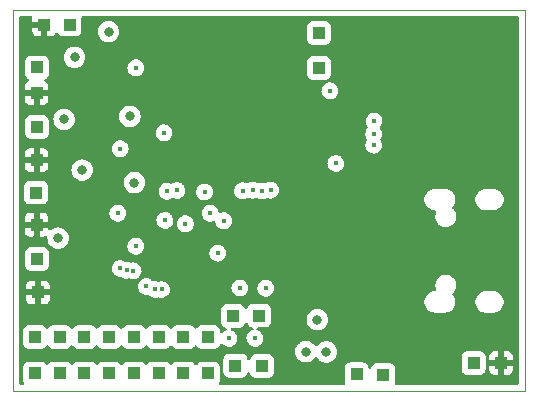
<source format=gbr>
%TF.GenerationSoftware,KiCad,Pcbnew,6.0.10-1.fc37*%
%TF.CreationDate,2023-01-09T06:29:54-08:00*%
%TF.ProjectId,data_logger_esp32c3,64617461-5f6c-46f6-9767-65725f657370,rev?*%
%TF.SameCoordinates,Original*%
%TF.FileFunction,Copper,L3,Inr*%
%TF.FilePolarity,Positive*%
%FSLAX46Y46*%
G04 Gerber Fmt 4.6, Leading zero omitted, Abs format (unit mm)*
G04 Created by KiCad (PCBNEW 6.0.10-1.fc37) date 2023-01-09 06:29:54*
%MOMM*%
%LPD*%
G01*
G04 APERTURE LIST*
%TA.AperFunction,Profile*%
%ADD10C,0.100000*%
%TD*%
%TA.AperFunction,ComponentPad*%
%ADD11R,1.000000X1.000000*%
%TD*%
%TA.AperFunction,ViaPad*%
%ADD12C,0.400000*%
%TD*%
%TA.AperFunction,ViaPad*%
%ADD13C,1.000000*%
%TD*%
%TA.AperFunction,ViaPad*%
%ADD14C,0.800000*%
%TD*%
G04 APERTURE END LIST*
D10*
X98856800Y-49606200D02*
X142138400Y-49606200D01*
X142138400Y-49606200D02*
X142138400Y-81864200D01*
X142138400Y-81864200D02*
X98856800Y-81864200D01*
X98856800Y-81864200D02*
X98856800Y-49606200D01*
D11*
%TO.N,Net-(IO13-Pad1)*%
%TO.C,IO13*%
X111157656Y-77292200D03*
%TD*%
%TO.N,GND*%
%TO.C,DC-1*%
X140157200Y-79502000D03*
%TD*%
%TO.N,Net-(D1-Pad1)*%
%TO.C,DC+1*%
X137820400Y-79502000D03*
%TD*%
%TO.N,Net-(IO11-Pad1)*%
%TO.C,IO11*%
X106963028Y-77292200D03*
%TD*%
%TO.N,Net-(IO5-Pad1)*%
%TO.C,IO5*%
X111157656Y-80391000D03*
%TD*%
%TO.N,Net-(C4-Pad1)*%
%TO.C,VIN1*%
X130175000Y-80518000D03*
%TD*%
%TO.N,Net-(IO15-Pad1)*%
%TO.C,IO15*%
X115352286Y-77292200D03*
%TD*%
%TO.N,GND*%
%TO.C,A2N1*%
X101473000Y-50850800D03*
%TD*%
%TO.N,GND*%
%TO.C,A3N1*%
X100812600Y-56642000D03*
%TD*%
%TO.N,I2C_SDA*%
%TO.C,SDA1*%
X119890000Y-79781400D03*
%TD*%
%TO.N,Net-(TX0-Pad1)*%
%TO.C,TX0*%
X124739400Y-51587400D03*
%TD*%
%TO.N,Net-(IO0-Pad1)*%
%TO.C,IO0*%
X100671086Y-80391000D03*
%TD*%
%TO.N,Net-(IO1-Pad1)*%
%TO.C,IO1*%
X102768400Y-80391000D03*
%TD*%
%TO.N,GND*%
%TO.C,A0N1*%
X100812600Y-62306200D03*
%TD*%
%TO.N,+3V3*%
%TO.C,3V3*%
X127914400Y-80467200D03*
%TD*%
%TO.N,Net-(IO6-Pad1)*%
%TO.C,IO6*%
X113254970Y-80391000D03*
%TD*%
%TO.N,Net-(IO3-Pad1)*%
%TO.C,IO3*%
X106963028Y-80391000D03*
%TD*%
%TO.N,Net-(A3P1-Pad1)*%
%TO.C,A3P1*%
X100863400Y-54483000D03*
%TD*%
%TO.N,Net-(A4P1-Pad1)*%
%TO.C,A4P1*%
X100787200Y-65074800D03*
%TD*%
%TO.N,Net-(RX0-Pad1)*%
%TO.C,RX0*%
X124739400Y-54533800D03*
%TD*%
%TO.N,GND*%
%TO.C,A4N1*%
X100812600Y-67792600D03*
%TD*%
%TO.N,Net-(IO10-Pad1)*%
%TO.C,IO10*%
X104865714Y-77292200D03*
%TD*%
%TO.N,GND*%
%TO.C,I2SN1*%
X100914200Y-73533000D03*
%TD*%
%TO.N,Net-(I2SP1-Pad1)*%
%TO.C,I2SP1*%
X100838000Y-70688200D03*
%TD*%
%TO.N,NRESET*%
%TO.C,NRESET1*%
X119659400Y-75488800D03*
%TD*%
%TO.N,I2C_SCL*%
%TO.C,SCL1*%
X117652800Y-79730600D03*
%TD*%
%TO.N,Net-(IO9-Pad1)*%
%TO.C,IO9*%
X102768400Y-77292200D03*
%TD*%
%TO.N,Net-(A0P1-Pad1)*%
%TO.C,A0P1*%
X100838000Y-59537600D03*
%TD*%
%TO.N,Net-(IO8-Pad1)*%
%TO.C,IO8*%
X100671086Y-77292200D03*
%TD*%
%TO.N,Net-(IO2-Pad1)*%
%TO.C,IO2*%
X104865714Y-80391000D03*
%TD*%
%TO.N,Net-(IO4-Pad1)*%
%TO.C,IO4*%
X109060342Y-80391000D03*
%TD*%
%TO.N,Net-(A2P1-Pad1)*%
%TO.C,A2P1*%
X103606600Y-50850800D03*
%TD*%
%TO.N,Net-(IO14-Pad1)*%
%TO.C,IO14*%
X113254970Y-77292200D03*
%TD*%
%TO.N,NINT*%
%TO.C,NINT1*%
X117449600Y-75514200D03*
%TD*%
%TO.N,Net-(IO7-Pad1)*%
%TO.C,IO7*%
X115352286Y-80391000D03*
%TD*%
%TO.N,Net-(IO12-Pad1)*%
%TO.C,IO12*%
X109060342Y-77292200D03*
%TD*%
D12*
%TO.N,GND*%
X105003600Y-58166000D03*
D13*
X136372600Y-57048400D03*
D12*
X106375200Y-53746400D03*
X107899200Y-65303400D03*
X104952800Y-55778400D03*
X125349000Y-61722000D03*
X106832400Y-68326000D03*
X109194600Y-65963800D03*
X104419400Y-67995800D03*
X127990600Y-57912000D03*
X128574800Y-72390000D03*
D14*
X111328200Y-71043800D03*
X111353600Y-69723000D03*
D12*
X126873000Y-75488800D03*
X125679200Y-73279000D03*
D14*
X112674400Y-69748400D03*
X112750600Y-71069200D03*
D12*
X125552200Y-58216800D03*
X129032000Y-56921400D03*
X127177800Y-67589400D03*
D14*
%TO.N,+3V3*%
X106908600Y-51460400D03*
D12*
X116154200Y-70205600D03*
D14*
X102641400Y-68935600D03*
D12*
X118033800Y-73152000D03*
X117094000Y-77419200D03*
X107899200Y-71501000D03*
D14*
X124587000Y-75844400D03*
X104038400Y-53619400D03*
X104673400Y-63169800D03*
X123621800Y-78536800D03*
X103149400Y-58877200D03*
D12*
X119303800Y-77419200D03*
D14*
X108712000Y-58623200D03*
X125349006Y-78562194D03*
D12*
X125653800Y-56464200D03*
X120218200Y-73177400D03*
D14*
X109093000Y-64236600D03*
D12*
%TO.N,ADC1_CH0*%
X111861600Y-64973200D03*
X107899200Y-61366400D03*
%TO.N,ADC1_CH2*%
X109220000Y-54508400D03*
X111607600Y-60020200D03*
%TO.N,ADC1_CH4*%
X107696000Y-66827400D03*
X115519200Y-66827400D03*
%TO.N,I2S*%
X116662200Y-67462400D03*
X111683800Y-67437000D03*
%TO.N,CS*%
X118262400Y-64922400D03*
X129387600Y-59029600D03*
%TO.N,DI*%
X119100600Y-64871600D03*
X129362200Y-60096400D03*
%TO.N,SCLK*%
X119888000Y-64947800D03*
X129362200Y-61061600D03*
%TO.N,DO*%
X126161800Y-62611000D03*
X120624600Y-64871600D03*
%TO.N,I2C_SCL*%
X112699800Y-64897000D03*
%TO.N,I2C_SDA*%
X115036600Y-65024000D03*
%TO.N,Net-(IO3-Pad1)*%
X109220000Y-69621400D03*
%TO.N,Net-(IO4-Pad1)*%
X108432600Y-71653400D03*
%TO.N,Net-(IO5-Pad1)*%
X108991400Y-71704200D03*
%TO.N,Net-(IO6-Pad1)*%
X110109000Y-73025000D03*
%TO.N,Net-(IO7-Pad1)*%
X110820200Y-73279000D03*
%TO.N,NRESET*%
X113411000Y-67716400D03*
%TO.N,NINT*%
X111404400Y-73279000D03*
%TD*%
%TA.AperFunction,Conductor*%
%TO.N,GND*%
G36*
X100413116Y-50134702D02*
G01*
X100459609Y-50188358D01*
X100470258Y-50254307D01*
X100465369Y-50299312D01*
X100465000Y-50306128D01*
X100465000Y-50578685D01*
X100469475Y-50593924D01*
X100470865Y-50595129D01*
X100478548Y-50596800D01*
X101601000Y-50596800D01*
X101669121Y-50616802D01*
X101715614Y-50670458D01*
X101727000Y-50722800D01*
X101727000Y-51840684D01*
X101731475Y-51855923D01*
X101732865Y-51857128D01*
X101740548Y-51858799D01*
X102017669Y-51858799D01*
X102024490Y-51858429D01*
X102075352Y-51852905D01*
X102090604Y-51849279D01*
X102211054Y-51804124D01*
X102226649Y-51795586D01*
X102328724Y-51719085D01*
X102341285Y-51706524D01*
X102417786Y-51604449D01*
X102428992Y-51583981D01*
X102479251Y-51533836D01*
X102548642Y-51518822D01*
X102615134Y-51543708D01*
X102650032Y-51583981D01*
X102652833Y-51589097D01*
X102655985Y-51597505D01*
X102661370Y-51604690D01*
X102661371Y-51604691D01*
X102743339Y-51714061D01*
X102859895Y-51801415D01*
X102996284Y-51852545D01*
X103058466Y-51859300D01*
X104154734Y-51859300D01*
X104216916Y-51852545D01*
X104353305Y-51801415D01*
X104469861Y-51714061D01*
X104557215Y-51597505D01*
X104608345Y-51461116D01*
X104608423Y-51460400D01*
X105995096Y-51460400D01*
X105995786Y-51466965D01*
X106010262Y-51604692D01*
X106015058Y-51650328D01*
X106074073Y-51831956D01*
X106077376Y-51837678D01*
X106077377Y-51837679D01*
X106086988Y-51854325D01*
X106169560Y-51997344D01*
X106297347Y-52139266D01*
X106451848Y-52251518D01*
X106457876Y-52254202D01*
X106457878Y-52254203D01*
X106620281Y-52326509D01*
X106626312Y-52329194D01*
X106719712Y-52349047D01*
X106806656Y-52367528D01*
X106806661Y-52367528D01*
X106813113Y-52368900D01*
X107004087Y-52368900D01*
X107010539Y-52367528D01*
X107010544Y-52367528D01*
X107097487Y-52349047D01*
X107190888Y-52329194D01*
X107196919Y-52326509D01*
X107359322Y-52254203D01*
X107359324Y-52254202D01*
X107365352Y-52251518D01*
X107519853Y-52139266D01*
X107523213Y-52135534D01*
X123730900Y-52135534D01*
X123737655Y-52197716D01*
X123788785Y-52334105D01*
X123876139Y-52450661D01*
X123992695Y-52538015D01*
X124129084Y-52589145D01*
X124191266Y-52595900D01*
X125287534Y-52595900D01*
X125349716Y-52589145D01*
X125486105Y-52538015D01*
X125602661Y-52450661D01*
X125690015Y-52334105D01*
X125741145Y-52197716D01*
X125747900Y-52135534D01*
X125747900Y-51039266D01*
X125741145Y-50977084D01*
X125690015Y-50840695D01*
X125602661Y-50724139D01*
X125486105Y-50636785D01*
X125349716Y-50585655D01*
X125287534Y-50578900D01*
X124191266Y-50578900D01*
X124129084Y-50585655D01*
X123992695Y-50636785D01*
X123876139Y-50724139D01*
X123788785Y-50840695D01*
X123737655Y-50977084D01*
X123730900Y-51039266D01*
X123730900Y-52135534D01*
X107523213Y-52135534D01*
X107647640Y-51997344D01*
X107730212Y-51854325D01*
X107739823Y-51837679D01*
X107739824Y-51837678D01*
X107743127Y-51831956D01*
X107802142Y-51650328D01*
X107806939Y-51604692D01*
X107821414Y-51466965D01*
X107822104Y-51460400D01*
X107816001Y-51402331D01*
X107802832Y-51277035D01*
X107802832Y-51277033D01*
X107802142Y-51270472D01*
X107743127Y-51088844D01*
X107647640Y-50923456D01*
X107566652Y-50833509D01*
X107524275Y-50786445D01*
X107524274Y-50786444D01*
X107519853Y-50781534D01*
X107365352Y-50669282D01*
X107359324Y-50666598D01*
X107359322Y-50666597D01*
X107196919Y-50594291D01*
X107196918Y-50594291D01*
X107190888Y-50591606D01*
X107097487Y-50571753D01*
X107010544Y-50553272D01*
X107010539Y-50553272D01*
X107004087Y-50551900D01*
X106813113Y-50551900D01*
X106806661Y-50553272D01*
X106806656Y-50553272D01*
X106719713Y-50571753D01*
X106626312Y-50591606D01*
X106620282Y-50594291D01*
X106620281Y-50594291D01*
X106457878Y-50666597D01*
X106457876Y-50666598D01*
X106451848Y-50669282D01*
X106297347Y-50781534D01*
X106292926Y-50786444D01*
X106292925Y-50786445D01*
X106250549Y-50833509D01*
X106169560Y-50923456D01*
X106074073Y-51088844D01*
X106015058Y-51270472D01*
X106014368Y-51277033D01*
X106014368Y-51277035D01*
X106001199Y-51402331D01*
X105995096Y-51460400D01*
X104608423Y-51460400D01*
X104615100Y-51398934D01*
X104615100Y-50302666D01*
X104609847Y-50254307D01*
X104622375Y-50184425D01*
X104670696Y-50132409D01*
X104735110Y-50114700D01*
X141503900Y-50114700D01*
X141572021Y-50134702D01*
X141618514Y-50188358D01*
X141629900Y-50240700D01*
X141629900Y-81229700D01*
X141609898Y-81297821D01*
X141556242Y-81344314D01*
X141503900Y-81355700D01*
X131273301Y-81355700D01*
X131205180Y-81335698D01*
X131158687Y-81282042D01*
X131148583Y-81211768D01*
X131155319Y-81185471D01*
X131173971Y-81135718D01*
X131173973Y-81135712D01*
X131176745Y-81128316D01*
X131183500Y-81066134D01*
X131183500Y-80050134D01*
X136811900Y-80050134D01*
X136818655Y-80112316D01*
X136869785Y-80248705D01*
X136957139Y-80365261D01*
X137073695Y-80452615D01*
X137210084Y-80503745D01*
X137272266Y-80510500D01*
X138368534Y-80510500D01*
X138430716Y-80503745D01*
X138567105Y-80452615D01*
X138683661Y-80365261D01*
X138771015Y-80248705D01*
X138822145Y-80112316D01*
X138828900Y-80050134D01*
X138828900Y-80046669D01*
X139149201Y-80046669D01*
X139149571Y-80053490D01*
X139155095Y-80104352D01*
X139158721Y-80119604D01*
X139203876Y-80240054D01*
X139212414Y-80255649D01*
X139288915Y-80357724D01*
X139301476Y-80370285D01*
X139403551Y-80446786D01*
X139419146Y-80455324D01*
X139539594Y-80500478D01*
X139554849Y-80504105D01*
X139605714Y-80509631D01*
X139612528Y-80510000D01*
X139885085Y-80510000D01*
X139900324Y-80505525D01*
X139901529Y-80504135D01*
X139903200Y-80496452D01*
X139903200Y-80491884D01*
X140411200Y-80491884D01*
X140415675Y-80507123D01*
X140417065Y-80508328D01*
X140424748Y-80509999D01*
X140701869Y-80509999D01*
X140708690Y-80509629D01*
X140759552Y-80504105D01*
X140774804Y-80500479D01*
X140895254Y-80455324D01*
X140910849Y-80446786D01*
X141012924Y-80370285D01*
X141025485Y-80357724D01*
X141101986Y-80255649D01*
X141110524Y-80240054D01*
X141155678Y-80119606D01*
X141159305Y-80104351D01*
X141164831Y-80053486D01*
X141165200Y-80046672D01*
X141165200Y-79774115D01*
X141160725Y-79758876D01*
X141159335Y-79757671D01*
X141151652Y-79756000D01*
X140429315Y-79756000D01*
X140414076Y-79760475D01*
X140412871Y-79761865D01*
X140411200Y-79769548D01*
X140411200Y-80491884D01*
X139903200Y-80491884D01*
X139903200Y-79774115D01*
X139898725Y-79758876D01*
X139897335Y-79757671D01*
X139889652Y-79756000D01*
X139167316Y-79756000D01*
X139152077Y-79760475D01*
X139150872Y-79761865D01*
X139149201Y-79769548D01*
X139149201Y-80046669D01*
X138828900Y-80046669D01*
X138828900Y-79229885D01*
X139149200Y-79229885D01*
X139153675Y-79245124D01*
X139155065Y-79246329D01*
X139162748Y-79248000D01*
X139885085Y-79248000D01*
X139900324Y-79243525D01*
X139901529Y-79242135D01*
X139903200Y-79234452D01*
X139903200Y-79229885D01*
X140411200Y-79229885D01*
X140415675Y-79245124D01*
X140417065Y-79246329D01*
X140424748Y-79248000D01*
X141147084Y-79248000D01*
X141162323Y-79243525D01*
X141163528Y-79242135D01*
X141165199Y-79234452D01*
X141165199Y-78957331D01*
X141164829Y-78950510D01*
X141159305Y-78899648D01*
X141155679Y-78884396D01*
X141110524Y-78763946D01*
X141101986Y-78748351D01*
X141025485Y-78646276D01*
X141012924Y-78633715D01*
X140910849Y-78557214D01*
X140895254Y-78548676D01*
X140774806Y-78503522D01*
X140759551Y-78499895D01*
X140708686Y-78494369D01*
X140701872Y-78494000D01*
X140429315Y-78494000D01*
X140414076Y-78498475D01*
X140412871Y-78499865D01*
X140411200Y-78507548D01*
X140411200Y-79229885D01*
X139903200Y-79229885D01*
X139903200Y-78512116D01*
X139898725Y-78496877D01*
X139897335Y-78495672D01*
X139889652Y-78494001D01*
X139612531Y-78494001D01*
X139605710Y-78494371D01*
X139554848Y-78499895D01*
X139539596Y-78503521D01*
X139419146Y-78548676D01*
X139403551Y-78557214D01*
X139301476Y-78633715D01*
X139288915Y-78646276D01*
X139212414Y-78748351D01*
X139203876Y-78763946D01*
X139158722Y-78884394D01*
X139155095Y-78899649D01*
X139149569Y-78950514D01*
X139149200Y-78957328D01*
X139149200Y-79229885D01*
X138828900Y-79229885D01*
X138828900Y-78953866D01*
X138822145Y-78891684D01*
X138771015Y-78755295D01*
X138683661Y-78638739D01*
X138567105Y-78551385D01*
X138430716Y-78500255D01*
X138368534Y-78493500D01*
X137272266Y-78493500D01*
X137210084Y-78500255D01*
X137073695Y-78551385D01*
X136957139Y-78638739D01*
X136869785Y-78755295D01*
X136818655Y-78891684D01*
X136811900Y-78953866D01*
X136811900Y-80050134D01*
X131183500Y-80050134D01*
X131183500Y-79969866D01*
X131176745Y-79907684D01*
X131125615Y-79771295D01*
X131038261Y-79654739D01*
X130921705Y-79567385D01*
X130785316Y-79516255D01*
X130723134Y-79509500D01*
X129626866Y-79509500D01*
X129564684Y-79516255D01*
X129428295Y-79567385D01*
X129311739Y-79654739D01*
X129224385Y-79771295D01*
X129173255Y-79907684D01*
X129172402Y-79915540D01*
X129170575Y-79923222D01*
X129168509Y-79922731D01*
X129145476Y-79978155D01*
X129087111Y-80018578D01*
X129016157Y-80021030D01*
X128955141Y-79984731D01*
X128923435Y-79921208D01*
X128922196Y-79912587D01*
X128921664Y-79907684D01*
X128920860Y-79900285D01*
X128916999Y-79864740D01*
X128916998Y-79864736D01*
X128916145Y-79856884D01*
X128865015Y-79720495D01*
X128777661Y-79603939D01*
X128661105Y-79516585D01*
X128524716Y-79465455D01*
X128462534Y-79458700D01*
X127366266Y-79458700D01*
X127304084Y-79465455D01*
X127167695Y-79516585D01*
X127051139Y-79603939D01*
X126963785Y-79720495D01*
X126912655Y-79856884D01*
X126905900Y-79919066D01*
X126905900Y-81015334D01*
X126912655Y-81077516D01*
X126915427Y-81084912D01*
X126915429Y-81084918D01*
X126953125Y-81185471D01*
X126958308Y-81256278D01*
X126924387Y-81318647D01*
X126862132Y-81352776D01*
X126835143Y-81355700D01*
X116391413Y-81355700D01*
X116323292Y-81335698D01*
X116276799Y-81282042D01*
X116266695Y-81211768D01*
X116290587Y-81154136D01*
X116302901Y-81137705D01*
X116354031Y-81001316D01*
X116360786Y-80939134D01*
X116360786Y-80278734D01*
X116644300Y-80278734D01*
X116651055Y-80340916D01*
X116702185Y-80477305D01*
X116789539Y-80593861D01*
X116906095Y-80681215D01*
X117042484Y-80732345D01*
X117104666Y-80739100D01*
X118200934Y-80739100D01*
X118263116Y-80732345D01*
X118399505Y-80681215D01*
X118516061Y-80593861D01*
X118603415Y-80477305D01*
X118645775Y-80364310D01*
X118688417Y-80307546D01*
X118754978Y-80282846D01*
X118824327Y-80298053D01*
X118874445Y-80348339D01*
X118886340Y-80379395D01*
X118887402Y-80383860D01*
X118888255Y-80391716D01*
X118891027Y-80399111D01*
X118891028Y-80399114D01*
X118917189Y-80468897D01*
X118939385Y-80528105D01*
X119026739Y-80644661D01*
X119143295Y-80732015D01*
X119279684Y-80783145D01*
X119341866Y-80789900D01*
X120438134Y-80789900D01*
X120500316Y-80783145D01*
X120636705Y-80732015D01*
X120753261Y-80644661D01*
X120840615Y-80528105D01*
X120891745Y-80391716D01*
X120898500Y-80329534D01*
X120898500Y-79233266D01*
X120891745Y-79171084D01*
X120840615Y-79034695D01*
X120753261Y-78918139D01*
X120636705Y-78830785D01*
X120500316Y-78779655D01*
X120438134Y-78772900D01*
X119341866Y-78772900D01*
X119279684Y-78779655D01*
X119143295Y-78830785D01*
X119026739Y-78918139D01*
X118939385Y-79034695D01*
X118936233Y-79043103D01*
X118897025Y-79147690D01*
X118854383Y-79204454D01*
X118787822Y-79229154D01*
X118718473Y-79213947D01*
X118668355Y-79163661D01*
X118656460Y-79132605D01*
X118655398Y-79128139D01*
X118654545Y-79120284D01*
X118651772Y-79112885D01*
X118606567Y-78992303D01*
X118603415Y-78983895D01*
X118516061Y-78867339D01*
X118399505Y-78779985D01*
X118263116Y-78728855D01*
X118200934Y-78722100D01*
X117104666Y-78722100D01*
X117042484Y-78728855D01*
X116906095Y-78779985D01*
X116789539Y-78867339D01*
X116702185Y-78983895D01*
X116651055Y-79120284D01*
X116644300Y-79182466D01*
X116644300Y-80278734D01*
X116360786Y-80278734D01*
X116360786Y-79842866D01*
X116354031Y-79780684D01*
X116302901Y-79644295D01*
X116215547Y-79527739D01*
X116098991Y-79440385D01*
X115962602Y-79389255D01*
X115900420Y-79382500D01*
X114804152Y-79382500D01*
X114741970Y-79389255D01*
X114605581Y-79440385D01*
X114489025Y-79527739D01*
X114455276Y-79572771D01*
X114404454Y-79640582D01*
X114347595Y-79683097D01*
X114276776Y-79688123D01*
X114214483Y-79654063D01*
X114202802Y-79640582D01*
X114151981Y-79572771D01*
X114118231Y-79527739D01*
X114001675Y-79440385D01*
X113865286Y-79389255D01*
X113803104Y-79382500D01*
X112706836Y-79382500D01*
X112644654Y-79389255D01*
X112508265Y-79440385D01*
X112391709Y-79527739D01*
X112386328Y-79534919D01*
X112386327Y-79534920D01*
X112307139Y-79640580D01*
X112250280Y-79683095D01*
X112179461Y-79688121D01*
X112117168Y-79654061D01*
X112105487Y-79640580D01*
X112026299Y-79534920D01*
X112026298Y-79534919D01*
X112020917Y-79527739D01*
X111904361Y-79440385D01*
X111767972Y-79389255D01*
X111705790Y-79382500D01*
X110609522Y-79382500D01*
X110547340Y-79389255D01*
X110410951Y-79440385D01*
X110294395Y-79527739D01*
X110289014Y-79534919D01*
X110289013Y-79534920D01*
X110209825Y-79640580D01*
X110152966Y-79683095D01*
X110082147Y-79688121D01*
X110019854Y-79654061D01*
X110008173Y-79640580D01*
X109928985Y-79534920D01*
X109928984Y-79534919D01*
X109923603Y-79527739D01*
X109807047Y-79440385D01*
X109670658Y-79389255D01*
X109608476Y-79382500D01*
X108512208Y-79382500D01*
X108450026Y-79389255D01*
X108313637Y-79440385D01*
X108197081Y-79527739D01*
X108191700Y-79534919D01*
X108191699Y-79534920D01*
X108112511Y-79640580D01*
X108055652Y-79683095D01*
X107984833Y-79688121D01*
X107922540Y-79654061D01*
X107910859Y-79640580D01*
X107831671Y-79534920D01*
X107831670Y-79534919D01*
X107826289Y-79527739D01*
X107709733Y-79440385D01*
X107573344Y-79389255D01*
X107511162Y-79382500D01*
X106414894Y-79382500D01*
X106352712Y-79389255D01*
X106216323Y-79440385D01*
X106099767Y-79527739D01*
X106094386Y-79534919D01*
X106094385Y-79534920D01*
X106015197Y-79640580D01*
X105958338Y-79683095D01*
X105887519Y-79688121D01*
X105825226Y-79654061D01*
X105813545Y-79640580D01*
X105734357Y-79534920D01*
X105734356Y-79534919D01*
X105728975Y-79527739D01*
X105612419Y-79440385D01*
X105476030Y-79389255D01*
X105413848Y-79382500D01*
X104317580Y-79382500D01*
X104255398Y-79389255D01*
X104119009Y-79440385D01*
X104002453Y-79527739D01*
X103997072Y-79534919D01*
X103997071Y-79534920D01*
X103917883Y-79640580D01*
X103861024Y-79683095D01*
X103790205Y-79688121D01*
X103727912Y-79654061D01*
X103716231Y-79640580D01*
X103637043Y-79534920D01*
X103637042Y-79534919D01*
X103631661Y-79527739D01*
X103515105Y-79440385D01*
X103378716Y-79389255D01*
X103316534Y-79382500D01*
X102220266Y-79382500D01*
X102158084Y-79389255D01*
X102021695Y-79440385D01*
X101905139Y-79527739D01*
X101899758Y-79534919D01*
X101899757Y-79534920D01*
X101820569Y-79640580D01*
X101763710Y-79683095D01*
X101692891Y-79688121D01*
X101630598Y-79654061D01*
X101618917Y-79640580D01*
X101539729Y-79534920D01*
X101539728Y-79534919D01*
X101534347Y-79527739D01*
X101417791Y-79440385D01*
X101281402Y-79389255D01*
X101219220Y-79382500D01*
X100122952Y-79382500D01*
X100060770Y-79389255D01*
X99924381Y-79440385D01*
X99807825Y-79527739D01*
X99720471Y-79644295D01*
X99669341Y-79780684D01*
X99662586Y-79842866D01*
X99662586Y-80939134D01*
X99669341Y-81001316D01*
X99720471Y-81137705D01*
X99732785Y-81154135D01*
X99757633Y-81220639D01*
X99742581Y-81290022D01*
X99692408Y-81340253D01*
X99631959Y-81355700D01*
X99491300Y-81355700D01*
X99423179Y-81335698D01*
X99376686Y-81282042D01*
X99365300Y-81229700D01*
X99365300Y-78536800D01*
X122708296Y-78536800D01*
X122708986Y-78543365D01*
X122718445Y-78633358D01*
X122728258Y-78726728D01*
X122787273Y-78908356D01*
X122790576Y-78914078D01*
X122790577Y-78914079D01*
X122801934Y-78933750D01*
X122882760Y-79073744D01*
X122887178Y-79078651D01*
X122887179Y-79078652D01*
X122983730Y-79185883D01*
X123010547Y-79215666D01*
X123165048Y-79327918D01*
X123171076Y-79330602D01*
X123171078Y-79330603D01*
X123309044Y-79392029D01*
X123339512Y-79405594D01*
X123432912Y-79425447D01*
X123519856Y-79443928D01*
X123519861Y-79443928D01*
X123526313Y-79445300D01*
X123717287Y-79445300D01*
X123723739Y-79443928D01*
X123723744Y-79443928D01*
X123810688Y-79425447D01*
X123904088Y-79405594D01*
X123934556Y-79392029D01*
X124072522Y-79330603D01*
X124072524Y-79330602D01*
X124078552Y-79327918D01*
X124233053Y-79215666D01*
X124259870Y-79185883D01*
X124356421Y-79078652D01*
X124356422Y-79078651D01*
X124360840Y-79073744D01*
X124368953Y-79059692D01*
X124420332Y-79010699D01*
X124490046Y-78997261D01*
X124555957Y-79023646D01*
X124587190Y-79059689D01*
X124609966Y-79099138D01*
X124614384Y-79104045D01*
X124614385Y-79104046D01*
X124727691Y-79229885D01*
X124737753Y-79241060D01*
X124836849Y-79313058D01*
X124851961Y-79324037D01*
X124892254Y-79353312D01*
X124898282Y-79355996D01*
X124898284Y-79355997D01*
X125012763Y-79406966D01*
X125066718Y-79430988D01*
X125160118Y-79450841D01*
X125247062Y-79469322D01*
X125247067Y-79469322D01*
X125253519Y-79470694D01*
X125444493Y-79470694D01*
X125450945Y-79469322D01*
X125450950Y-79469322D01*
X125537894Y-79450841D01*
X125631294Y-79430988D01*
X125685249Y-79406966D01*
X125799728Y-79355997D01*
X125799730Y-79355996D01*
X125805758Y-79353312D01*
X125846052Y-79324037D01*
X125861163Y-79313058D01*
X125960259Y-79241060D01*
X125970321Y-79229885D01*
X126083627Y-79104046D01*
X126083628Y-79104045D01*
X126088046Y-79099138D01*
X126158731Y-78976709D01*
X126180229Y-78939473D01*
X126180230Y-78939472D01*
X126183533Y-78933750D01*
X126242548Y-78752122D01*
X126244994Y-78728855D01*
X126261820Y-78568759D01*
X126262510Y-78562194D01*
X126242548Y-78372266D01*
X126183533Y-78190638D01*
X126172501Y-78171529D01*
X126145275Y-78124373D01*
X126088046Y-78025250D01*
X126077610Y-78013659D01*
X125964681Y-77888239D01*
X125964680Y-77888238D01*
X125960259Y-77883328D01*
X125805758Y-77771076D01*
X125799730Y-77768392D01*
X125799728Y-77768391D01*
X125637325Y-77696085D01*
X125637324Y-77696085D01*
X125631294Y-77693400D01*
X125537893Y-77673547D01*
X125450950Y-77655066D01*
X125450945Y-77655066D01*
X125444493Y-77653694D01*
X125253519Y-77653694D01*
X125247067Y-77655066D01*
X125247062Y-77655066D01*
X125160119Y-77673547D01*
X125066718Y-77693400D01*
X125060688Y-77696085D01*
X125060687Y-77696085D01*
X124898284Y-77768391D01*
X124898282Y-77768392D01*
X124892254Y-77771076D01*
X124737753Y-77883328D01*
X124733332Y-77888238D01*
X124733331Y-77888239D01*
X124620403Y-78013659D01*
X124609966Y-78025250D01*
X124601853Y-78039302D01*
X124550474Y-78088295D01*
X124480760Y-78101733D01*
X124414849Y-78075348D01*
X124383615Y-78039304D01*
X124383385Y-78038905D01*
X124360840Y-77999856D01*
X124272991Y-77902289D01*
X124237475Y-77862845D01*
X124237474Y-77862844D01*
X124233053Y-77857934D01*
X124133957Y-77785936D01*
X124083894Y-77749563D01*
X124083893Y-77749562D01*
X124078552Y-77745682D01*
X124072524Y-77742998D01*
X124072522Y-77742997D01*
X123910119Y-77670691D01*
X123910118Y-77670691D01*
X123904088Y-77668006D01*
X123810687Y-77648153D01*
X123723744Y-77629672D01*
X123723739Y-77629672D01*
X123717287Y-77628300D01*
X123526313Y-77628300D01*
X123519861Y-77629672D01*
X123519856Y-77629672D01*
X123432913Y-77648153D01*
X123339512Y-77668006D01*
X123333482Y-77670691D01*
X123333481Y-77670691D01*
X123171078Y-77742997D01*
X123171076Y-77742998D01*
X123165048Y-77745682D01*
X123159707Y-77749562D01*
X123159706Y-77749563D01*
X123109643Y-77785936D01*
X123010547Y-77857934D01*
X123006126Y-77862844D01*
X123006125Y-77862845D01*
X122970610Y-77902289D01*
X122882760Y-77999856D01*
X122860215Y-78038905D01*
X122797067Y-78148281D01*
X122787273Y-78165244D01*
X122728258Y-78346872D01*
X122708296Y-78536800D01*
X99365300Y-78536800D01*
X99365300Y-77840334D01*
X99662586Y-77840334D01*
X99669341Y-77902516D01*
X99720471Y-78038905D01*
X99807825Y-78155461D01*
X99924381Y-78242815D01*
X100060770Y-78293945D01*
X100122952Y-78300700D01*
X101219220Y-78300700D01*
X101281402Y-78293945D01*
X101417791Y-78242815D01*
X101534347Y-78155461D01*
X101584685Y-78088295D01*
X101618917Y-78042620D01*
X101675776Y-78000105D01*
X101746595Y-77995079D01*
X101808888Y-78029139D01*
X101820569Y-78042620D01*
X101854801Y-78088295D01*
X101905139Y-78155461D01*
X102021695Y-78242815D01*
X102158084Y-78293945D01*
X102220266Y-78300700D01*
X103316534Y-78300700D01*
X103378716Y-78293945D01*
X103515105Y-78242815D01*
X103631661Y-78155461D01*
X103681999Y-78088295D01*
X103716231Y-78042620D01*
X103773090Y-78000105D01*
X103843909Y-77995079D01*
X103906202Y-78029139D01*
X103917883Y-78042620D01*
X103952115Y-78088295D01*
X104002453Y-78155461D01*
X104119009Y-78242815D01*
X104255398Y-78293945D01*
X104317580Y-78300700D01*
X105413848Y-78300700D01*
X105476030Y-78293945D01*
X105612419Y-78242815D01*
X105728975Y-78155461D01*
X105779313Y-78088295D01*
X105813545Y-78042620D01*
X105870404Y-78000105D01*
X105941223Y-77995079D01*
X106003516Y-78029139D01*
X106015197Y-78042620D01*
X106049429Y-78088295D01*
X106099767Y-78155461D01*
X106216323Y-78242815D01*
X106352712Y-78293945D01*
X106414894Y-78300700D01*
X107511162Y-78300700D01*
X107573344Y-78293945D01*
X107709733Y-78242815D01*
X107826289Y-78155461D01*
X107876627Y-78088295D01*
X107910859Y-78042620D01*
X107967718Y-78000105D01*
X108038537Y-77995079D01*
X108100830Y-78029139D01*
X108112511Y-78042620D01*
X108146743Y-78088295D01*
X108197081Y-78155461D01*
X108313637Y-78242815D01*
X108450026Y-78293945D01*
X108512208Y-78300700D01*
X109608476Y-78300700D01*
X109670658Y-78293945D01*
X109807047Y-78242815D01*
X109923603Y-78155461D01*
X109973941Y-78088295D01*
X110008173Y-78042620D01*
X110065032Y-78000105D01*
X110135851Y-77995079D01*
X110198144Y-78029139D01*
X110209825Y-78042620D01*
X110244057Y-78088295D01*
X110294395Y-78155461D01*
X110410951Y-78242815D01*
X110547340Y-78293945D01*
X110609522Y-78300700D01*
X111705790Y-78300700D01*
X111767972Y-78293945D01*
X111904361Y-78242815D01*
X112020917Y-78155461D01*
X112071255Y-78088295D01*
X112105487Y-78042620D01*
X112162346Y-78000105D01*
X112233165Y-77995079D01*
X112295458Y-78029139D01*
X112307139Y-78042620D01*
X112341371Y-78088295D01*
X112391709Y-78155461D01*
X112508265Y-78242815D01*
X112644654Y-78293945D01*
X112706836Y-78300700D01*
X113803104Y-78300700D01*
X113865286Y-78293945D01*
X114001675Y-78242815D01*
X114118231Y-78155461D01*
X114202803Y-78042618D01*
X114259661Y-78000103D01*
X114330480Y-77995077D01*
X114392773Y-78029137D01*
X114404452Y-78042616D01*
X114489025Y-78155461D01*
X114605581Y-78242815D01*
X114741970Y-78293945D01*
X114804152Y-78300700D01*
X115900420Y-78300700D01*
X115962602Y-78293945D01*
X116098991Y-78242815D01*
X116215547Y-78155461D01*
X116302901Y-78038905D01*
X116317126Y-78000960D01*
X116344735Y-77927314D01*
X116387377Y-77870550D01*
X116453938Y-77845850D01*
X116523287Y-77861058D01*
X116553660Y-77885626D01*
X116553730Y-77885549D01*
X116577549Y-77907223D01*
X116674100Y-77995077D01*
X116680565Y-78000960D01*
X116831268Y-78082785D01*
X116997139Y-78126301D01*
X117084586Y-78127674D01*
X117161003Y-78128875D01*
X117161006Y-78128875D01*
X117168602Y-78128994D01*
X117176006Y-78127298D01*
X117176008Y-78127298D01*
X117238846Y-78112906D01*
X117335759Y-78090710D01*
X117488958Y-78013659D01*
X117494729Y-78008730D01*
X117494732Y-78008728D01*
X117613578Y-77907223D01*
X117619355Y-77902289D01*
X117692470Y-77800540D01*
X117714992Y-77769198D01*
X117714993Y-77769197D01*
X117719424Y-77763030D01*
X117783385Y-77603920D01*
X117807547Y-77434147D01*
X117807704Y-77419200D01*
X117787102Y-77248958D01*
X117726487Y-77088544D01*
X117629357Y-76947219D01*
X117623686Y-76942166D01*
X117506993Y-76838196D01*
X117506990Y-76838194D01*
X117501321Y-76833143D01*
X117493325Y-76828909D01*
X117363280Y-76760054D01*
X117312437Y-76710502D01*
X117296455Y-76641327D01*
X117320409Y-76574494D01*
X117376693Y-76531220D01*
X117422239Y-76522700D01*
X117997734Y-76522700D01*
X118059916Y-76515945D01*
X118196305Y-76464815D01*
X118312861Y-76377461D01*
X118400215Y-76260905D01*
X118441279Y-76151367D01*
X118483921Y-76094603D01*
X118550482Y-76069903D01*
X118619831Y-76085110D01*
X118669949Y-76135396D01*
X118677243Y-76151367D01*
X118708785Y-76235505D01*
X118796139Y-76352061D01*
X118912695Y-76439415D01*
X119049084Y-76490545D01*
X119070575Y-76492880D01*
X119076505Y-76493524D01*
X119142067Y-76520766D01*
X119182493Y-76579130D01*
X119184948Y-76650084D01*
X119148653Y-76711101D01*
X119092311Y-76741306D01*
X119062402Y-76748486D01*
X119062398Y-76748487D01*
X119055023Y-76750258D01*
X118902639Y-76828909D01*
X118773415Y-76941639D01*
X118674810Y-77081939D01*
X118612518Y-77241709D01*
X118590135Y-77411726D01*
X118608953Y-77582175D01*
X118611562Y-77589306D01*
X118611563Y-77589308D01*
X118619488Y-77610964D01*
X118667885Y-77743215D01*
X118672122Y-77749521D01*
X118672124Y-77749524D01*
X118685345Y-77769198D01*
X118763530Y-77885549D01*
X118790308Y-77909915D01*
X118883900Y-77995077D01*
X118890365Y-78000960D01*
X119041068Y-78082785D01*
X119206939Y-78126301D01*
X119294386Y-78127674D01*
X119370803Y-78128875D01*
X119370806Y-78128875D01*
X119378402Y-78128994D01*
X119385806Y-78127298D01*
X119385808Y-78127298D01*
X119448646Y-78112906D01*
X119545559Y-78090710D01*
X119698758Y-78013659D01*
X119704529Y-78008730D01*
X119704532Y-78008728D01*
X119823378Y-77907223D01*
X119829155Y-77902289D01*
X119902270Y-77800540D01*
X119924792Y-77769198D01*
X119924793Y-77769197D01*
X119929224Y-77763030D01*
X119993185Y-77603920D01*
X120017347Y-77434147D01*
X120017504Y-77419200D01*
X119996902Y-77248958D01*
X119936287Y-77088544D01*
X119839157Y-76947219D01*
X119833486Y-76942166D01*
X119716793Y-76838196D01*
X119716790Y-76838194D01*
X119711121Y-76833143D01*
X119703125Y-76828909D01*
X119566281Y-76756454D01*
X119566282Y-76756454D01*
X119559569Y-76752900D01*
X119530124Y-76745504D01*
X119468928Y-76709509D01*
X119436907Y-76646144D01*
X119444227Y-76575526D01*
X119488565Y-76520076D01*
X119560819Y-76497300D01*
X120207534Y-76497300D01*
X120269716Y-76490545D01*
X120406105Y-76439415D01*
X120522661Y-76352061D01*
X120610015Y-76235505D01*
X120661145Y-76099116D01*
X120667900Y-76036934D01*
X120667900Y-75844400D01*
X123673496Y-75844400D01*
X123693458Y-76034328D01*
X123752473Y-76215956D01*
X123847960Y-76381344D01*
X123852378Y-76386251D01*
X123852379Y-76386252D01*
X123943787Y-76487771D01*
X123975747Y-76523266D01*
X124130248Y-76635518D01*
X124136276Y-76638202D01*
X124136278Y-76638203D01*
X124298681Y-76710509D01*
X124304712Y-76713194D01*
X124398112Y-76733047D01*
X124485056Y-76751528D01*
X124485061Y-76751528D01*
X124491513Y-76752900D01*
X124682487Y-76752900D01*
X124688939Y-76751528D01*
X124688944Y-76751528D01*
X124775888Y-76733047D01*
X124869288Y-76713194D01*
X124875319Y-76710509D01*
X125037722Y-76638203D01*
X125037724Y-76638202D01*
X125043752Y-76635518D01*
X125198253Y-76523266D01*
X125230213Y-76487771D01*
X125321621Y-76386252D01*
X125321622Y-76386251D01*
X125326040Y-76381344D01*
X125421527Y-76215956D01*
X125480542Y-76034328D01*
X125500504Y-75844400D01*
X125480542Y-75654472D01*
X125421527Y-75472844D01*
X125326040Y-75307456D01*
X125198253Y-75165534D01*
X125043752Y-75053282D01*
X125037724Y-75050598D01*
X125037722Y-75050597D01*
X124875319Y-74978291D01*
X124875318Y-74978291D01*
X124869288Y-74975606D01*
X124775887Y-74955753D01*
X124688944Y-74937272D01*
X124688939Y-74937272D01*
X124682487Y-74935900D01*
X124491513Y-74935900D01*
X124485061Y-74937272D01*
X124485056Y-74937272D01*
X124398113Y-74955753D01*
X124304712Y-74975606D01*
X124298682Y-74978291D01*
X124298681Y-74978291D01*
X124136278Y-75050597D01*
X124136276Y-75050598D01*
X124130248Y-75053282D01*
X123975747Y-75165534D01*
X123847960Y-75307456D01*
X123752473Y-75472844D01*
X123693458Y-75654472D01*
X123673496Y-75844400D01*
X120667900Y-75844400D01*
X120667900Y-74940666D01*
X120661145Y-74878484D01*
X120610015Y-74742095D01*
X120522661Y-74625539D01*
X120406105Y-74538185D01*
X120269716Y-74487055D01*
X120207534Y-74480300D01*
X119111266Y-74480300D01*
X119049084Y-74487055D01*
X118912695Y-74538185D01*
X118796139Y-74625539D01*
X118708785Y-74742095D01*
X118705633Y-74750503D01*
X118667721Y-74851633D01*
X118625079Y-74908397D01*
X118558518Y-74933097D01*
X118489169Y-74917890D01*
X118439051Y-74867604D01*
X118431757Y-74851633D01*
X118403367Y-74775903D01*
X118400215Y-74767495D01*
X118312861Y-74650939D01*
X118196305Y-74563585D01*
X118059916Y-74512455D01*
X117997734Y-74505700D01*
X116901466Y-74505700D01*
X116839284Y-74512455D01*
X116702895Y-74563585D01*
X116586339Y-74650939D01*
X116498985Y-74767495D01*
X116447855Y-74903884D01*
X116441100Y-74966066D01*
X116441100Y-76062334D01*
X116447855Y-76124516D01*
X116498985Y-76260905D01*
X116586339Y-76377461D01*
X116702895Y-76464815D01*
X116711303Y-76467967D01*
X116839284Y-76515945D01*
X116838302Y-76518563D01*
X116888356Y-76547157D01*
X116921178Y-76610112D01*
X116914753Y-76680817D01*
X116871121Y-76736825D01*
X116846490Y-76749954D01*
X116845223Y-76750258D01*
X116838479Y-76753739D01*
X116838474Y-76753741D01*
X116763059Y-76792666D01*
X116692839Y-76828909D01*
X116687120Y-76833898D01*
X116569616Y-76936404D01*
X116505134Y-76966112D01*
X116434826Y-76956243D01*
X116381016Y-76909929D01*
X116360786Y-76841455D01*
X116360786Y-76744066D01*
X116354031Y-76681884D01*
X116302901Y-76545495D01*
X116215547Y-76428939D01*
X116098991Y-76341585D01*
X115962602Y-76290455D01*
X115900420Y-76283700D01*
X114804152Y-76283700D01*
X114741970Y-76290455D01*
X114605581Y-76341585D01*
X114489025Y-76428939D01*
X114419032Y-76522331D01*
X114404454Y-76541782D01*
X114347595Y-76584297D01*
X114276776Y-76589323D01*
X114214483Y-76555263D01*
X114202802Y-76541782D01*
X114188225Y-76522331D01*
X114118231Y-76428939D01*
X114001675Y-76341585D01*
X113865286Y-76290455D01*
X113803104Y-76283700D01*
X112706836Y-76283700D01*
X112644654Y-76290455D01*
X112508265Y-76341585D01*
X112391709Y-76428939D01*
X112386328Y-76436119D01*
X112386327Y-76436120D01*
X112307139Y-76541780D01*
X112250280Y-76584295D01*
X112179461Y-76589321D01*
X112117168Y-76555261D01*
X112105487Y-76541780D01*
X112026299Y-76436120D01*
X112026298Y-76436119D01*
X112020917Y-76428939D01*
X111904361Y-76341585D01*
X111767972Y-76290455D01*
X111705790Y-76283700D01*
X110609522Y-76283700D01*
X110547340Y-76290455D01*
X110410951Y-76341585D01*
X110294395Y-76428939D01*
X110289014Y-76436119D01*
X110289013Y-76436120D01*
X110209825Y-76541780D01*
X110152966Y-76584295D01*
X110082147Y-76589321D01*
X110019854Y-76555261D01*
X110008173Y-76541780D01*
X109928985Y-76436120D01*
X109928984Y-76436119D01*
X109923603Y-76428939D01*
X109807047Y-76341585D01*
X109670658Y-76290455D01*
X109608476Y-76283700D01*
X108512208Y-76283700D01*
X108450026Y-76290455D01*
X108313637Y-76341585D01*
X108197081Y-76428939D01*
X108191700Y-76436119D01*
X108191699Y-76436120D01*
X108112511Y-76541780D01*
X108055652Y-76584295D01*
X107984833Y-76589321D01*
X107922540Y-76555261D01*
X107910859Y-76541780D01*
X107831671Y-76436120D01*
X107831670Y-76436119D01*
X107826289Y-76428939D01*
X107709733Y-76341585D01*
X107573344Y-76290455D01*
X107511162Y-76283700D01*
X106414894Y-76283700D01*
X106352712Y-76290455D01*
X106216323Y-76341585D01*
X106099767Y-76428939D01*
X106094386Y-76436119D01*
X106094385Y-76436120D01*
X106015197Y-76541780D01*
X105958338Y-76584295D01*
X105887519Y-76589321D01*
X105825226Y-76555261D01*
X105813545Y-76541780D01*
X105734357Y-76436120D01*
X105734356Y-76436119D01*
X105728975Y-76428939D01*
X105612419Y-76341585D01*
X105476030Y-76290455D01*
X105413848Y-76283700D01*
X104317580Y-76283700D01*
X104255398Y-76290455D01*
X104119009Y-76341585D01*
X104002453Y-76428939D01*
X103997072Y-76436119D01*
X103997071Y-76436120D01*
X103917883Y-76541780D01*
X103861024Y-76584295D01*
X103790205Y-76589321D01*
X103727912Y-76555261D01*
X103716231Y-76541780D01*
X103637043Y-76436120D01*
X103637042Y-76436119D01*
X103631661Y-76428939D01*
X103515105Y-76341585D01*
X103378716Y-76290455D01*
X103316534Y-76283700D01*
X102220266Y-76283700D01*
X102158084Y-76290455D01*
X102021695Y-76341585D01*
X101905139Y-76428939D01*
X101899758Y-76436119D01*
X101899757Y-76436120D01*
X101820569Y-76541780D01*
X101763710Y-76584295D01*
X101692891Y-76589321D01*
X101630598Y-76555261D01*
X101618917Y-76541780D01*
X101539729Y-76436120D01*
X101539728Y-76436119D01*
X101534347Y-76428939D01*
X101417791Y-76341585D01*
X101281402Y-76290455D01*
X101219220Y-76283700D01*
X100122952Y-76283700D01*
X100060770Y-76290455D01*
X99924381Y-76341585D01*
X99807825Y-76428939D01*
X99720471Y-76545495D01*
X99669341Y-76681884D01*
X99662586Y-76744066D01*
X99662586Y-77840334D01*
X99365300Y-77840334D01*
X99365300Y-74077669D01*
X99906201Y-74077669D01*
X99906571Y-74084490D01*
X99912095Y-74135352D01*
X99915721Y-74150604D01*
X99960876Y-74271054D01*
X99969414Y-74286649D01*
X100045915Y-74388724D01*
X100058476Y-74401285D01*
X100160551Y-74477786D01*
X100176146Y-74486324D01*
X100296594Y-74531478D01*
X100311849Y-74535105D01*
X100362714Y-74540631D01*
X100369528Y-74541000D01*
X100642085Y-74541000D01*
X100657324Y-74536525D01*
X100658529Y-74535135D01*
X100660200Y-74527452D01*
X100660200Y-74522884D01*
X101168200Y-74522884D01*
X101172675Y-74538123D01*
X101174065Y-74539328D01*
X101181748Y-74540999D01*
X101458869Y-74540999D01*
X101465690Y-74540629D01*
X101516552Y-74535105D01*
X101531804Y-74531479D01*
X101652254Y-74486324D01*
X101667849Y-74477786D01*
X101749831Y-74416344D01*
X133653619Y-74416344D01*
X133654992Y-74429405D01*
X133691930Y-74603192D01*
X133695985Y-74615671D01*
X133768251Y-74777982D01*
X133774817Y-74789354D01*
X133879243Y-74933085D01*
X133888037Y-74942851D01*
X134020061Y-75061726D01*
X134030687Y-75069446D01*
X134184544Y-75158276D01*
X134196552Y-75163622D01*
X134365516Y-75218522D01*
X134378357Y-75221252D01*
X134510756Y-75235167D01*
X134517316Y-75235511D01*
X135405944Y-75235511D01*
X135412504Y-75235167D01*
X135544903Y-75221252D01*
X135557744Y-75218522D01*
X135726708Y-75163622D01*
X135738716Y-75158276D01*
X135892573Y-75069446D01*
X135903199Y-75061726D01*
X136035223Y-74942851D01*
X136044017Y-74933085D01*
X136148443Y-74789355D01*
X136155009Y-74777983D01*
X136227275Y-74615671D01*
X136231330Y-74603192D01*
X136268268Y-74429405D01*
X136269641Y-74416344D01*
X137953522Y-74416344D01*
X137954895Y-74429405D01*
X137991833Y-74603192D01*
X137995888Y-74615671D01*
X138068154Y-74777982D01*
X138074720Y-74789354D01*
X138179146Y-74933085D01*
X138187940Y-74942851D01*
X138319964Y-75061726D01*
X138330590Y-75069446D01*
X138484447Y-75158276D01*
X138496455Y-75163622D01*
X138665419Y-75218522D01*
X138678260Y-75221252D01*
X138810659Y-75235167D01*
X138817219Y-75235511D01*
X139505821Y-75235511D01*
X139512381Y-75235167D01*
X139644780Y-75221252D01*
X139657621Y-75218522D01*
X139826585Y-75163622D01*
X139838593Y-75158276D01*
X139992450Y-75069446D01*
X140003076Y-75061726D01*
X140135100Y-74942851D01*
X140143894Y-74933085D01*
X140248320Y-74789355D01*
X140254886Y-74777983D01*
X140327152Y-74615671D01*
X140331207Y-74603192D01*
X140368145Y-74429405D01*
X140369518Y-74416344D01*
X140369518Y-74238680D01*
X140368145Y-74225619D01*
X140331207Y-74051832D01*
X140327152Y-74039353D01*
X140254886Y-73877042D01*
X140248320Y-73865670D01*
X140143894Y-73721939D01*
X140135100Y-73712173D01*
X140003076Y-73593298D01*
X139992450Y-73585578D01*
X139838593Y-73496748D01*
X139826585Y-73491402D01*
X139657621Y-73436502D01*
X139644780Y-73433772D01*
X139512381Y-73419857D01*
X139505821Y-73419513D01*
X138817219Y-73419513D01*
X138810659Y-73419857D01*
X138678260Y-73433772D01*
X138665419Y-73436502D01*
X138496455Y-73491402D01*
X138484447Y-73496748D01*
X138330590Y-73585578D01*
X138319964Y-73593298D01*
X138187940Y-73712173D01*
X138179146Y-73721939D01*
X138074720Y-73865669D01*
X138068154Y-73877041D01*
X137995888Y-74039353D01*
X137991833Y-74051832D01*
X137954895Y-74225619D01*
X137953522Y-74238680D01*
X137953522Y-74416344D01*
X136269641Y-74416344D01*
X136269641Y-74238680D01*
X136268268Y-74225619D01*
X136231330Y-74051832D01*
X136227275Y-74039353D01*
X136155009Y-73877042D01*
X136148443Y-73865670D01*
X136042615Y-73720010D01*
X136018756Y-73653142D01*
X136034837Y-73583990D01*
X136060237Y-73552317D01*
X136121945Y-73496755D01*
X136125835Y-73491402D01*
X136227228Y-73351846D01*
X136227229Y-73351845D01*
X136231109Y-73346504D01*
X136237200Y-73332825D01*
X136303963Y-73182871D01*
X136303963Y-73182870D01*
X136306648Y-73176840D01*
X136345261Y-72995178D01*
X136345261Y-72809458D01*
X136342177Y-72794946D01*
X136320495Y-72692943D01*
X136306648Y-72627796D01*
X136299103Y-72610850D01*
X136233794Y-72464162D01*
X136233793Y-72464160D01*
X136231109Y-72458132D01*
X136217716Y-72439698D01*
X136125828Y-72313225D01*
X136125826Y-72313223D01*
X136121945Y-72307881D01*
X136111703Y-72298659D01*
X135988836Y-72188029D01*
X135988835Y-72188028D01*
X135983928Y-72183610D01*
X135823089Y-72090750D01*
X135747630Y-72066232D01*
X135652738Y-72035399D01*
X135652736Y-72035399D01*
X135646459Y-72033359D01*
X135639896Y-72032669D01*
X135639895Y-72032669D01*
X135615699Y-72030126D01*
X135508063Y-72018813D01*
X135415449Y-72018813D01*
X135307813Y-72030126D01*
X135283617Y-72032669D01*
X135283616Y-72032669D01*
X135277053Y-72033359D01*
X135270776Y-72035399D01*
X135270774Y-72035399D01*
X135175882Y-72066232D01*
X135100423Y-72090750D01*
X134939584Y-72183610D01*
X134934677Y-72188028D01*
X134934676Y-72188029D01*
X134811809Y-72298659D01*
X134801567Y-72307881D01*
X134797686Y-72313223D01*
X134797684Y-72313225D01*
X134705796Y-72439698D01*
X134692403Y-72458132D01*
X134689719Y-72464160D01*
X134689718Y-72464162D01*
X134624409Y-72610850D01*
X134616864Y-72627796D01*
X134603017Y-72692943D01*
X134581336Y-72794946D01*
X134578251Y-72809458D01*
X134578251Y-72995178D01*
X134616864Y-73176840D01*
X134619549Y-73182871D01*
X134619552Y-73182879D01*
X134645992Y-73242264D01*
X134655427Y-73312631D01*
X134625321Y-73376928D01*
X134565232Y-73414741D01*
X134530886Y-73419513D01*
X134517316Y-73419513D01*
X134510756Y-73419857D01*
X134378357Y-73433772D01*
X134365516Y-73436502D01*
X134196552Y-73491402D01*
X134184544Y-73496748D01*
X134030687Y-73585578D01*
X134020061Y-73593298D01*
X133888037Y-73712173D01*
X133879243Y-73721939D01*
X133774817Y-73865669D01*
X133768251Y-73877041D01*
X133695985Y-74039353D01*
X133691930Y-74051832D01*
X133654992Y-74225619D01*
X133653619Y-74238680D01*
X133653619Y-74416344D01*
X101749831Y-74416344D01*
X101769924Y-74401285D01*
X101782485Y-74388724D01*
X101858986Y-74286649D01*
X101867524Y-74271054D01*
X101912678Y-74150606D01*
X101916305Y-74135351D01*
X101921831Y-74084486D01*
X101922200Y-74077672D01*
X101922200Y-73805115D01*
X101917725Y-73789876D01*
X101916335Y-73788671D01*
X101908652Y-73787000D01*
X101186315Y-73787000D01*
X101171076Y-73791475D01*
X101169871Y-73792865D01*
X101168200Y-73800548D01*
X101168200Y-74522884D01*
X100660200Y-74522884D01*
X100660200Y-73805115D01*
X100655725Y-73789876D01*
X100654335Y-73788671D01*
X100646652Y-73787000D01*
X99924316Y-73787000D01*
X99909077Y-73791475D01*
X99907872Y-73792865D01*
X99906201Y-73800548D01*
X99906201Y-74077669D01*
X99365300Y-74077669D01*
X99365300Y-73260885D01*
X99906200Y-73260885D01*
X99910675Y-73276124D01*
X99912065Y-73277329D01*
X99919748Y-73279000D01*
X100642085Y-73279000D01*
X100657324Y-73274525D01*
X100658529Y-73273135D01*
X100660200Y-73265452D01*
X100660200Y-73260885D01*
X101168200Y-73260885D01*
X101172675Y-73276124D01*
X101174065Y-73277329D01*
X101181748Y-73279000D01*
X101904084Y-73279000D01*
X101919323Y-73274525D01*
X101920528Y-73273135D01*
X101922199Y-73265452D01*
X101922199Y-73017526D01*
X109395335Y-73017526D01*
X109396169Y-73025076D01*
X109412994Y-73177476D01*
X109414153Y-73187975D01*
X109473085Y-73349015D01*
X109477322Y-73355321D01*
X109477324Y-73355324D01*
X109491842Y-73376928D01*
X109568730Y-73491349D01*
X109695565Y-73606760D01*
X109846268Y-73688585D01*
X110012139Y-73732101D01*
X110101378Y-73733503D01*
X110176004Y-73734675D01*
X110176007Y-73734675D01*
X110183602Y-73734794D01*
X110191005Y-73733098D01*
X110198564Y-73732304D01*
X110198816Y-73734705D01*
X110257959Y-73738289D01*
X110300013Y-73763624D01*
X110401144Y-73855646D01*
X110401148Y-73855649D01*
X110406765Y-73860760D01*
X110557468Y-73942585D01*
X110723339Y-73986101D01*
X110810786Y-73987474D01*
X110887203Y-73988675D01*
X110887206Y-73988675D01*
X110894802Y-73988794D01*
X110902206Y-73987098D01*
X110902208Y-73987098D01*
X110978381Y-73969652D01*
X111061959Y-73950510D01*
X111068747Y-73947096D01*
X111069922Y-73946673D01*
X111144576Y-73943348D01*
X111307539Y-73986101D01*
X111394986Y-73987474D01*
X111471403Y-73988675D01*
X111471406Y-73988675D01*
X111479002Y-73988794D01*
X111486406Y-73987098D01*
X111486408Y-73987098D01*
X111549246Y-73972706D01*
X111646159Y-73950510D01*
X111799358Y-73873459D01*
X111805129Y-73868530D01*
X111805132Y-73868528D01*
X111923978Y-73767023D01*
X111929755Y-73762089D01*
X112014792Y-73643749D01*
X112025392Y-73628998D01*
X112025393Y-73628997D01*
X112029824Y-73622830D01*
X112093785Y-73463720D01*
X112110857Y-73343764D01*
X112117366Y-73298031D01*
X112117366Y-73298027D01*
X112117947Y-73293947D01*
X112118104Y-73279000D01*
X112107618Y-73192347D01*
X112101831Y-73144526D01*
X117320135Y-73144526D01*
X117329544Y-73229751D01*
X117335438Y-73283133D01*
X117338953Y-73314975D01*
X117341562Y-73322106D01*
X117341563Y-73322108D01*
X117358783Y-73369164D01*
X117397885Y-73476015D01*
X117402122Y-73482321D01*
X117402124Y-73482324D01*
X117423534Y-73514185D01*
X117493530Y-73618349D01*
X117620365Y-73733760D01*
X117771068Y-73815585D01*
X117936939Y-73859101D01*
X118024386Y-73860474D01*
X118100803Y-73861675D01*
X118100806Y-73861675D01*
X118108402Y-73861794D01*
X118115806Y-73860098D01*
X118115808Y-73860098D01*
X118179554Y-73845498D01*
X118275559Y-73823510D01*
X118428758Y-73746459D01*
X118434529Y-73741530D01*
X118434532Y-73741528D01*
X118553378Y-73640023D01*
X118559155Y-73635089D01*
X118640972Y-73521230D01*
X118654792Y-73501998D01*
X118654793Y-73501997D01*
X118659224Y-73495830D01*
X118723185Y-73336720D01*
X118728691Y-73298031D01*
X118746766Y-73171031D01*
X118746766Y-73171027D01*
X118746923Y-73169926D01*
X119504535Y-73169926D01*
X119512521Y-73242264D01*
X119520549Y-73314975D01*
X119523353Y-73340375D01*
X119525962Y-73347506D01*
X119525963Y-73347508D01*
X119533888Y-73369164D01*
X119582285Y-73501415D01*
X119586522Y-73507721D01*
X119586524Y-73507724D01*
X119630821Y-73573644D01*
X119677930Y-73643749D01*
X119727204Y-73688585D01*
X119794557Y-73749871D01*
X119804765Y-73759160D01*
X119955468Y-73840985D01*
X120121339Y-73884501D01*
X120208786Y-73885874D01*
X120285203Y-73887075D01*
X120285206Y-73887075D01*
X120292802Y-73887194D01*
X120300206Y-73885498D01*
X120300208Y-73885498D01*
X120386785Y-73865669D01*
X120459959Y-73848910D01*
X120613158Y-73771859D01*
X120618929Y-73766930D01*
X120618932Y-73766928D01*
X120737778Y-73665423D01*
X120743555Y-73660489D01*
X120843624Y-73521230D01*
X120907585Y-73362120D01*
X120909665Y-73347508D01*
X120931166Y-73196431D01*
X120931166Y-73196427D01*
X120931747Y-73192347D01*
X120931821Y-73185257D01*
X120931861Y-73181533D01*
X120931861Y-73181527D01*
X120931904Y-73177400D01*
X120922738Y-73101654D01*
X120912215Y-73014699D01*
X120912214Y-73014696D01*
X120911302Y-73007158D01*
X120906776Y-72995178D01*
X120853371Y-72853847D01*
X120850687Y-72846744D01*
X120828691Y-72814739D01*
X120757859Y-72711678D01*
X120757858Y-72711676D01*
X120753557Y-72705419D01*
X120747886Y-72700366D01*
X120631193Y-72596396D01*
X120631190Y-72596394D01*
X120625521Y-72591343D01*
X120617525Y-72587109D01*
X120480681Y-72514654D01*
X120480682Y-72514654D01*
X120473969Y-72511100D01*
X120456396Y-72506686D01*
X120315022Y-72471175D01*
X120315018Y-72471175D01*
X120307651Y-72469324D01*
X120300052Y-72469284D01*
X120300050Y-72469284D01*
X120228594Y-72468910D01*
X120136169Y-72468426D01*
X120128789Y-72470198D01*
X120128787Y-72470198D01*
X119976802Y-72506686D01*
X119976798Y-72506687D01*
X119969423Y-72508458D01*
X119817039Y-72587109D01*
X119687815Y-72699839D01*
X119589210Y-72840139D01*
X119583399Y-72855043D01*
X119531055Y-72989299D01*
X119526918Y-72999909D01*
X119525926Y-73007442D01*
X119525926Y-73007443D01*
X119506351Y-73156133D01*
X119504535Y-73169926D01*
X118746923Y-73169926D01*
X118747347Y-73166947D01*
X118747504Y-73152000D01*
X118732144Y-73025076D01*
X118727815Y-72989299D01*
X118727814Y-72989296D01*
X118726902Y-72981758D01*
X118711912Y-72942086D01*
X118668971Y-72828447D01*
X118666287Y-72821344D01*
X118582779Y-72699839D01*
X118573459Y-72686278D01*
X118573458Y-72686276D01*
X118569157Y-72680019D01*
X118563486Y-72674966D01*
X118446793Y-72570996D01*
X118446790Y-72570994D01*
X118441121Y-72565943D01*
X118433125Y-72561709D01*
X118344253Y-72514654D01*
X118289569Y-72485700D01*
X118271996Y-72481286D01*
X118130622Y-72445775D01*
X118130618Y-72445775D01*
X118123251Y-72443924D01*
X118115652Y-72443884D01*
X118115650Y-72443884D01*
X118044194Y-72443510D01*
X117951769Y-72443026D01*
X117944389Y-72444798D01*
X117944387Y-72444798D01*
X117792402Y-72481286D01*
X117792398Y-72481287D01*
X117785023Y-72483058D01*
X117632639Y-72561709D01*
X117503415Y-72674439D01*
X117404810Y-72814739D01*
X117342518Y-72974509D01*
X117320135Y-73144526D01*
X112101831Y-73144526D01*
X112098415Y-73116299D01*
X112098414Y-73116296D01*
X112097502Y-73108758D01*
X112065882Y-73025076D01*
X112039571Y-72955447D01*
X112036887Y-72948344D01*
X112024725Y-72930648D01*
X111944059Y-72813278D01*
X111944058Y-72813276D01*
X111939757Y-72807019D01*
X111926207Y-72794946D01*
X111817393Y-72697996D01*
X111817390Y-72697994D01*
X111811721Y-72692943D01*
X111801893Y-72687739D01*
X111688680Y-72627796D01*
X111660169Y-72612700D01*
X111642592Y-72608285D01*
X111501222Y-72572775D01*
X111501218Y-72572775D01*
X111493851Y-72570924D01*
X111486252Y-72570884D01*
X111486250Y-72570884D01*
X111414794Y-72570510D01*
X111322369Y-72570026D01*
X111314989Y-72571798D01*
X111314987Y-72571798D01*
X111246610Y-72588214D01*
X111155623Y-72610058D01*
X111153890Y-72610953D01*
X111085472Y-72615782D01*
X111077000Y-72613246D01*
X111075969Y-72612700D01*
X111071045Y-72611463D01*
X111071041Y-72611462D01*
X110917022Y-72572775D01*
X110917018Y-72572775D01*
X110909651Y-72570924D01*
X110902052Y-72570884D01*
X110902050Y-72570884D01*
X110827875Y-72570496D01*
X110738169Y-72570026D01*
X110730783Y-72571799D01*
X110729065Y-72571998D01*
X110659097Y-72559958D01*
X110630765Y-72540909D01*
X110521993Y-72443996D01*
X110521990Y-72443994D01*
X110516321Y-72438943D01*
X110508325Y-72434709D01*
X110385565Y-72369711D01*
X110364769Y-72358700D01*
X110336503Y-72351600D01*
X110205822Y-72318775D01*
X110205818Y-72318775D01*
X110198451Y-72316924D01*
X110190852Y-72316884D01*
X110190850Y-72316884D01*
X110119394Y-72316510D01*
X110026969Y-72316026D01*
X110019589Y-72317798D01*
X110019587Y-72317798D01*
X109867602Y-72354286D01*
X109867598Y-72354287D01*
X109860223Y-72356058D01*
X109707839Y-72434709D01*
X109578615Y-72547439D01*
X109480010Y-72687739D01*
X109475087Y-72700366D01*
X109430495Y-72814739D01*
X109417718Y-72847509D01*
X109416726Y-72855042D01*
X109416726Y-72855043D01*
X109399179Y-72988331D01*
X109395335Y-73017526D01*
X101922199Y-73017526D01*
X101922199Y-72988331D01*
X101921829Y-72981510D01*
X101916305Y-72930648D01*
X101912679Y-72915396D01*
X101867524Y-72794946D01*
X101858986Y-72779351D01*
X101782485Y-72677276D01*
X101769924Y-72664715D01*
X101667849Y-72588214D01*
X101652254Y-72579676D01*
X101531806Y-72534522D01*
X101516551Y-72530895D01*
X101465686Y-72525369D01*
X101458872Y-72525000D01*
X101186315Y-72525000D01*
X101171076Y-72529475D01*
X101169871Y-72530865D01*
X101168200Y-72538548D01*
X101168200Y-73260885D01*
X100660200Y-73260885D01*
X100660200Y-72543116D01*
X100655725Y-72527877D01*
X100654335Y-72526672D01*
X100646652Y-72525001D01*
X100369531Y-72525001D01*
X100362710Y-72525371D01*
X100311848Y-72530895D01*
X100296596Y-72534521D01*
X100176146Y-72579676D01*
X100160551Y-72588214D01*
X100058476Y-72664715D01*
X100045915Y-72677276D01*
X99969414Y-72779351D01*
X99960876Y-72794946D01*
X99915722Y-72915394D01*
X99912095Y-72930649D01*
X99906569Y-72981514D01*
X99906200Y-72988328D01*
X99906200Y-73260885D01*
X99365300Y-73260885D01*
X99365300Y-71236334D01*
X99829500Y-71236334D01*
X99836255Y-71298516D01*
X99887385Y-71434905D01*
X99974739Y-71551461D01*
X100091295Y-71638815D01*
X100227684Y-71689945D01*
X100289866Y-71696700D01*
X101386134Y-71696700D01*
X101448316Y-71689945D01*
X101584705Y-71638815D01*
X101701261Y-71551461D01*
X101744681Y-71493526D01*
X107185535Y-71493526D01*
X107191931Y-71551461D01*
X107200981Y-71633429D01*
X107204353Y-71663975D01*
X107206962Y-71671106D01*
X107206963Y-71671108D01*
X107230002Y-71734064D01*
X107263285Y-71825015D01*
X107358930Y-71967349D01*
X107485765Y-72082760D01*
X107636468Y-72164585D01*
X107802339Y-72208101D01*
X107896672Y-72209583D01*
X107947620Y-72210383D01*
X108016890Y-72233090D01*
X108019165Y-72235160D01*
X108025837Y-72238783D01*
X108025839Y-72238784D01*
X108086299Y-72271611D01*
X108169868Y-72316985D01*
X108335739Y-72360501D01*
X108423186Y-72361874D01*
X108499603Y-72363075D01*
X108499606Y-72363075D01*
X108507202Y-72363194D01*
X108514606Y-72361498D01*
X108514608Y-72361498D01*
X108610608Y-72339511D01*
X108681475Y-72343800D01*
X108698857Y-72351599D01*
X108728668Y-72367785D01*
X108894539Y-72411301D01*
X108981986Y-72412674D01*
X109058403Y-72413875D01*
X109058406Y-72413875D01*
X109066002Y-72413994D01*
X109073406Y-72412298D01*
X109073408Y-72412298D01*
X109136246Y-72397906D01*
X109233159Y-72375710D01*
X109386358Y-72298659D01*
X109392129Y-72293730D01*
X109392132Y-72293728D01*
X109510978Y-72192223D01*
X109516755Y-72187289D01*
X109616824Y-72048030D01*
X109680785Y-71888920D01*
X109704947Y-71719147D01*
X109705104Y-71704200D01*
X109696540Y-71633429D01*
X109685415Y-71541499D01*
X109685414Y-71541496D01*
X109684502Y-71533958D01*
X109666379Y-71485995D01*
X109626571Y-71380647D01*
X109623887Y-71373544D01*
X109572322Y-71298516D01*
X109531059Y-71238478D01*
X109531058Y-71238476D01*
X109526757Y-71232219D01*
X109521086Y-71227166D01*
X109404393Y-71123196D01*
X109404390Y-71123194D01*
X109398721Y-71118143D01*
X109247169Y-71037900D01*
X109239804Y-71036050D01*
X109088222Y-70997975D01*
X109088218Y-70997975D01*
X109080851Y-70996124D01*
X109073252Y-70996084D01*
X109073250Y-70996084D01*
X109001794Y-70995710D01*
X108909369Y-70995226D01*
X108901987Y-70996998D01*
X108901981Y-70996999D01*
X108814170Y-71018081D01*
X108743262Y-71014535D01*
X108725804Y-71006921D01*
X108688369Y-70987100D01*
X108681004Y-70985250D01*
X108529422Y-70947175D01*
X108529418Y-70947175D01*
X108522051Y-70945324D01*
X108514452Y-70945284D01*
X108514450Y-70945284D01*
X108441764Y-70944904D01*
X108386441Y-70944614D01*
X108315191Y-70922081D01*
X108312197Y-70920000D01*
X108306521Y-70914943D01*
X108154969Y-70834700D01*
X108137396Y-70830286D01*
X107996022Y-70794775D01*
X107996018Y-70794775D01*
X107988651Y-70792924D01*
X107981052Y-70792884D01*
X107981050Y-70792884D01*
X107909594Y-70792510D01*
X107817169Y-70792026D01*
X107809789Y-70793798D01*
X107809787Y-70793798D01*
X107657802Y-70830286D01*
X107657798Y-70830287D01*
X107650423Y-70832058D01*
X107498039Y-70910709D01*
X107368815Y-71023439D01*
X107270210Y-71163739D01*
X107267450Y-71170819D01*
X107214778Y-71305915D01*
X107207918Y-71323509D01*
X107206926Y-71331042D01*
X107206926Y-71331043D01*
X107193253Y-71434905D01*
X107185535Y-71493526D01*
X101744681Y-71493526D01*
X101788615Y-71434905D01*
X101839745Y-71298516D01*
X101846500Y-71236334D01*
X101846500Y-70140066D01*
X101839745Y-70077884D01*
X101788615Y-69941495D01*
X101701261Y-69824939D01*
X101584705Y-69737585D01*
X101448316Y-69686455D01*
X101386134Y-69679700D01*
X100289866Y-69679700D01*
X100227684Y-69686455D01*
X100091295Y-69737585D01*
X99974739Y-69824939D01*
X99887385Y-69941495D01*
X99836255Y-70077884D01*
X99829500Y-70140066D01*
X99829500Y-71236334D01*
X99365300Y-71236334D01*
X99365300Y-68337269D01*
X99804601Y-68337269D01*
X99804971Y-68344090D01*
X99810495Y-68394952D01*
X99814121Y-68410204D01*
X99859276Y-68530654D01*
X99867814Y-68546249D01*
X99944315Y-68648324D01*
X99956876Y-68660885D01*
X100058951Y-68737386D01*
X100074546Y-68745924D01*
X100194994Y-68791078D01*
X100210249Y-68794705D01*
X100261114Y-68800231D01*
X100267928Y-68800600D01*
X100540485Y-68800600D01*
X100555724Y-68796125D01*
X100556929Y-68794735D01*
X100558600Y-68787052D01*
X100558600Y-68782484D01*
X101066600Y-68782484D01*
X101071075Y-68797723D01*
X101072465Y-68798928D01*
X101080148Y-68800599D01*
X101357269Y-68800599D01*
X101364090Y-68800229D01*
X101414952Y-68794705D01*
X101430204Y-68791079D01*
X101559062Y-68742772D01*
X101559716Y-68744516D01*
X101618263Y-68731709D01*
X101684812Y-68756442D01*
X101727425Y-68813227D01*
X101734731Y-68870568D01*
X101727896Y-68935600D01*
X101728586Y-68942165D01*
X101729946Y-68955100D01*
X101747858Y-69125528D01*
X101806873Y-69307156D01*
X101902360Y-69472544D01*
X101906778Y-69477451D01*
X101906779Y-69477452D01*
X101962467Y-69539300D01*
X102030147Y-69614466D01*
X102184648Y-69726718D01*
X102190676Y-69729402D01*
X102190678Y-69729403D01*
X102314148Y-69784375D01*
X102359112Y-69804394D01*
X102430453Y-69819558D01*
X102539456Y-69842728D01*
X102539461Y-69842728D01*
X102545913Y-69844100D01*
X102736887Y-69844100D01*
X102743339Y-69842728D01*
X102743344Y-69842728D01*
X102852347Y-69819558D01*
X102923688Y-69804394D01*
X102968652Y-69784375D01*
X103092122Y-69729403D01*
X103092124Y-69729402D01*
X103098152Y-69726718D01*
X103252653Y-69614466D01*
X103253139Y-69613926D01*
X108506335Y-69613926D01*
X108513597Y-69679700D01*
X108518992Y-69728566D01*
X108525153Y-69784375D01*
X108527762Y-69791506D01*
X108527763Y-69791508D01*
X108535688Y-69813164D01*
X108584085Y-69945415D01*
X108679730Y-70087749D01*
X108806565Y-70203160D01*
X108957268Y-70284985D01*
X109123139Y-70328501D01*
X109210586Y-70329874D01*
X109287003Y-70331075D01*
X109287006Y-70331075D01*
X109294602Y-70331194D01*
X109302006Y-70329498D01*
X109302008Y-70329498D01*
X109364846Y-70315106D01*
X109461759Y-70292910D01*
X109614958Y-70215859D01*
X109620729Y-70210930D01*
X109620732Y-70210928D01*
X109635721Y-70198126D01*
X115440535Y-70198126D01*
X115449724Y-70281362D01*
X115454929Y-70328501D01*
X115459353Y-70368575D01*
X115461962Y-70375706D01*
X115461963Y-70375708D01*
X115469888Y-70397364D01*
X115518285Y-70529615D01*
X115613930Y-70671949D01*
X115740765Y-70787360D01*
X115891468Y-70869185D01*
X116057339Y-70912701D01*
X116144786Y-70914074D01*
X116221203Y-70915275D01*
X116221206Y-70915275D01*
X116228802Y-70915394D01*
X116236206Y-70913698D01*
X116236208Y-70913698D01*
X116299046Y-70899306D01*
X116395959Y-70877110D01*
X116549158Y-70800059D01*
X116554929Y-70795130D01*
X116554932Y-70795128D01*
X116673778Y-70693623D01*
X116679555Y-70688689D01*
X116779624Y-70549430D01*
X116843585Y-70390320D01*
X116852383Y-70328501D01*
X116867166Y-70224631D01*
X116867166Y-70224627D01*
X116867747Y-70220547D01*
X116867904Y-70205600D01*
X116855668Y-70104489D01*
X116848215Y-70042899D01*
X116848214Y-70042896D01*
X116847302Y-70035358D01*
X116815012Y-69949903D01*
X116789371Y-69882047D01*
X116786687Y-69874944D01*
X116719252Y-69776825D01*
X116693859Y-69739878D01*
X116693858Y-69739876D01*
X116689557Y-69733619D01*
X116683886Y-69728566D01*
X116567193Y-69624596D01*
X116567190Y-69624594D01*
X116561521Y-69619543D01*
X116553525Y-69615309D01*
X116416681Y-69542854D01*
X116416682Y-69542854D01*
X116409969Y-69539300D01*
X116392396Y-69534886D01*
X116251022Y-69499375D01*
X116251018Y-69499375D01*
X116243651Y-69497524D01*
X116236052Y-69497484D01*
X116236050Y-69497484D01*
X116164594Y-69497110D01*
X116072169Y-69496626D01*
X116064789Y-69498398D01*
X116064787Y-69498398D01*
X115912802Y-69534886D01*
X115912798Y-69534887D01*
X115905423Y-69536658D01*
X115753039Y-69615309D01*
X115623815Y-69728039D01*
X115525210Y-69868339D01*
X115462918Y-70028109D01*
X115461926Y-70035642D01*
X115461926Y-70035643D01*
X115447729Y-70143483D01*
X115440535Y-70198126D01*
X109635721Y-70198126D01*
X109739578Y-70109423D01*
X109745355Y-70104489D01*
X109845424Y-69965230D01*
X109909385Y-69806120D01*
X109919139Y-69737585D01*
X109932966Y-69640431D01*
X109932966Y-69640427D01*
X109933547Y-69636347D01*
X109933704Y-69621400D01*
X109923449Y-69536658D01*
X109914015Y-69458699D01*
X109914014Y-69458696D01*
X109913102Y-69451158D01*
X109852487Y-69290744D01*
X109755357Y-69149419D01*
X109749686Y-69144366D01*
X109632993Y-69040396D01*
X109632990Y-69040394D01*
X109627321Y-69035343D01*
X109619325Y-69031109D01*
X109482481Y-68958654D01*
X109482482Y-68958654D01*
X109475769Y-68955100D01*
X109458196Y-68950686D01*
X109316822Y-68915175D01*
X109316818Y-68915175D01*
X109309451Y-68913324D01*
X109301852Y-68913284D01*
X109301850Y-68913284D01*
X109230394Y-68912910D01*
X109137969Y-68912426D01*
X109130589Y-68914198D01*
X109130587Y-68914198D01*
X108978602Y-68950686D01*
X108978598Y-68950687D01*
X108971223Y-68952458D01*
X108818839Y-69031109D01*
X108689615Y-69143839D01*
X108591010Y-69284139D01*
X108528718Y-69443909D01*
X108527726Y-69451442D01*
X108527726Y-69451443D01*
X108515692Y-69542854D01*
X108506335Y-69613926D01*
X103253139Y-69613926D01*
X103320333Y-69539300D01*
X103376021Y-69477452D01*
X103376022Y-69477451D01*
X103380440Y-69472544D01*
X103475927Y-69307156D01*
X103534942Y-69125528D01*
X103552855Y-68955100D01*
X103554214Y-68942165D01*
X103554904Y-68935600D01*
X103540676Y-68800229D01*
X103535632Y-68752235D01*
X103535632Y-68752233D01*
X103534942Y-68745672D01*
X103475927Y-68564044D01*
X103380440Y-68398656D01*
X103372291Y-68389605D01*
X103257075Y-68261645D01*
X103257074Y-68261644D01*
X103252653Y-68256734D01*
X103098152Y-68144482D01*
X103092124Y-68141798D01*
X103092122Y-68141797D01*
X102929719Y-68069491D01*
X102929718Y-68069491D01*
X102923688Y-68066806D01*
X102817148Y-68044160D01*
X102743344Y-68028472D01*
X102743339Y-68028472D01*
X102736887Y-68027100D01*
X102545913Y-68027100D01*
X102539461Y-68028472D01*
X102539456Y-68028472D01*
X102465652Y-68044160D01*
X102359112Y-68066806D01*
X102353082Y-68069491D01*
X102353081Y-68069491D01*
X102190678Y-68141797D01*
X102190676Y-68141798D01*
X102184648Y-68144482D01*
X102179307Y-68148362D01*
X102179306Y-68148363D01*
X102062166Y-68233471D01*
X102030147Y-68256734D01*
X102029185Y-68257802D01*
X101966908Y-68287693D01*
X101896454Y-68278932D01*
X101841921Y-68233471D01*
X101820600Y-68163340D01*
X101820600Y-68064715D01*
X101816125Y-68049476D01*
X101814735Y-68048271D01*
X101807052Y-68046600D01*
X101084715Y-68046600D01*
X101069476Y-68051075D01*
X101068271Y-68052465D01*
X101066600Y-68060148D01*
X101066600Y-68782484D01*
X100558600Y-68782484D01*
X100558600Y-68064715D01*
X100554125Y-68049476D01*
X100552735Y-68048271D01*
X100545052Y-68046600D01*
X99822716Y-68046600D01*
X99807477Y-68051075D01*
X99806272Y-68052465D01*
X99804601Y-68060148D01*
X99804601Y-68337269D01*
X99365300Y-68337269D01*
X99365300Y-67520485D01*
X99804600Y-67520485D01*
X99809075Y-67535724D01*
X99810465Y-67536929D01*
X99818148Y-67538600D01*
X100540485Y-67538600D01*
X100555724Y-67534125D01*
X100556929Y-67532735D01*
X100558600Y-67525052D01*
X100558600Y-67520485D01*
X101066600Y-67520485D01*
X101071075Y-67535724D01*
X101072465Y-67536929D01*
X101080148Y-67538600D01*
X101802484Y-67538600D01*
X101817723Y-67534125D01*
X101818928Y-67532735D01*
X101820599Y-67525052D01*
X101820599Y-67247931D01*
X101820229Y-67241110D01*
X101814705Y-67190248D01*
X101811079Y-67174996D01*
X101765924Y-67054546D01*
X101757386Y-67038951D01*
X101680885Y-66936876D01*
X101668324Y-66924315D01*
X101566249Y-66847814D01*
X101550654Y-66839276D01*
X101499038Y-66819926D01*
X106982335Y-66819926D01*
X106991673Y-66904507D01*
X106999045Y-66971278D01*
X107001153Y-66990375D01*
X107003762Y-66997506D01*
X107003763Y-66997508D01*
X107010613Y-67016225D01*
X107060085Y-67151415D01*
X107064322Y-67157721D01*
X107064324Y-67157724D01*
X107089603Y-67195342D01*
X107155730Y-67293749D01*
X107282565Y-67409160D01*
X107433268Y-67490985D01*
X107599139Y-67534501D01*
X107686586Y-67535874D01*
X107763003Y-67537075D01*
X107763006Y-67537075D01*
X107770602Y-67537194D01*
X107778006Y-67535498D01*
X107778008Y-67535498D01*
X107843557Y-67520485D01*
X107937759Y-67498910D01*
X108075714Y-67429526D01*
X110970135Y-67429526D01*
X110977795Y-67498910D01*
X110984675Y-67561222D01*
X110988953Y-67599975D01*
X110991562Y-67607106D01*
X110991563Y-67607108D01*
X111008783Y-67654164D01*
X111047885Y-67761015D01*
X111052122Y-67767321D01*
X111052124Y-67767324D01*
X111073534Y-67799185D01*
X111143530Y-67903349D01*
X111270365Y-68018760D01*
X111421068Y-68100585D01*
X111586939Y-68144101D01*
X111674386Y-68145474D01*
X111750803Y-68146675D01*
X111750806Y-68146675D01*
X111758402Y-68146794D01*
X111765806Y-68145098D01*
X111765808Y-68145098D01*
X111829554Y-68130498D01*
X111925559Y-68108510D01*
X112078758Y-68031459D01*
X112084529Y-68026530D01*
X112084532Y-68026528D01*
X112203378Y-67925023D01*
X112209155Y-67920089D01*
X112290972Y-67806230D01*
X112304792Y-67786998D01*
X112304793Y-67786997D01*
X112309224Y-67780830D01*
X112338129Y-67708926D01*
X112697335Y-67708926D01*
X112702298Y-67753879D01*
X112710094Y-67824491D01*
X112716153Y-67879375D01*
X112718762Y-67886506D01*
X112718763Y-67886508D01*
X112732858Y-67925023D01*
X112775085Y-68040415D01*
X112779322Y-68046721D01*
X112779324Y-68046724D01*
X112791414Y-68064715D01*
X112870730Y-68182749D01*
X112926473Y-68233471D01*
X112957436Y-68261645D01*
X112997565Y-68298160D01*
X113148268Y-68379985D01*
X113314139Y-68423501D01*
X113401586Y-68424874D01*
X113478003Y-68426075D01*
X113478006Y-68426075D01*
X113485602Y-68426194D01*
X113493006Y-68424498D01*
X113493008Y-68424498D01*
X113605839Y-68398656D01*
X113652759Y-68387910D01*
X113805958Y-68310859D01*
X113811729Y-68305930D01*
X113811732Y-68305928D01*
X113930578Y-68204423D01*
X113936355Y-68199489D01*
X114036424Y-68060230D01*
X114100385Y-67901120D01*
X114117505Y-67780830D01*
X114123966Y-67735431D01*
X114123966Y-67735427D01*
X114124547Y-67731347D01*
X114124704Y-67716400D01*
X114120258Y-67679662D01*
X114105015Y-67553699D01*
X114105014Y-67553696D01*
X114104102Y-67546158D01*
X114100160Y-67535724D01*
X114046171Y-67392847D01*
X114043487Y-67385744D01*
X113946357Y-67244419D01*
X113940686Y-67239366D01*
X113823993Y-67135396D01*
X113823990Y-67135394D01*
X113818321Y-67130343D01*
X113810325Y-67126109D01*
X113673481Y-67053654D01*
X113673482Y-67053654D01*
X113666769Y-67050100D01*
X113622383Y-67038951D01*
X113507822Y-67010175D01*
X113507818Y-67010175D01*
X113500451Y-67008324D01*
X113492852Y-67008284D01*
X113492850Y-67008284D01*
X113421394Y-67007910D01*
X113328969Y-67007426D01*
X113321589Y-67009198D01*
X113321587Y-67009198D01*
X113169602Y-67045686D01*
X113169598Y-67045687D01*
X113162223Y-67047458D01*
X113009839Y-67126109D01*
X113004120Y-67131098D01*
X112999193Y-67135396D01*
X112880615Y-67238839D01*
X112782010Y-67379139D01*
X112753623Y-67451947D01*
X112725121Y-67525052D01*
X112719718Y-67538909D01*
X112718726Y-67546442D01*
X112718726Y-67546443D01*
X112698334Y-67701341D01*
X112697335Y-67708926D01*
X112338129Y-67708926D01*
X112373185Y-67621720D01*
X112383866Y-67546668D01*
X112396766Y-67456031D01*
X112396766Y-67456027D01*
X112397347Y-67451947D01*
X112397504Y-67437000D01*
X112389462Y-67370547D01*
X112377815Y-67274299D01*
X112377814Y-67274296D01*
X112376902Y-67266758D01*
X112368701Y-67245053D01*
X112318971Y-67113447D01*
X112316287Y-67106344D01*
X112249812Y-67009622D01*
X112223459Y-66971278D01*
X112223458Y-66971276D01*
X112219157Y-66965019D01*
X112213486Y-66959966D01*
X112096793Y-66855996D01*
X112096790Y-66855994D01*
X112091121Y-66850943D01*
X112083125Y-66846709D01*
X112032540Y-66819926D01*
X114805535Y-66819926D01*
X114814873Y-66904507D01*
X114822245Y-66971278D01*
X114824353Y-66990375D01*
X114826962Y-66997506D01*
X114826963Y-66997508D01*
X114833813Y-67016225D01*
X114883285Y-67151415D01*
X114887522Y-67157721D01*
X114887524Y-67157724D01*
X114912803Y-67195342D01*
X114978930Y-67293749D01*
X115105765Y-67409160D01*
X115256468Y-67490985D01*
X115422339Y-67534501D01*
X115509786Y-67535874D01*
X115586203Y-67537075D01*
X115586206Y-67537075D01*
X115593802Y-67537194D01*
X115601206Y-67535498D01*
X115601208Y-67535498D01*
X115666757Y-67520485D01*
X115760959Y-67498910D01*
X115781309Y-67488675D01*
X115851153Y-67475937D01*
X115916797Y-67502981D01*
X115957399Y-67561222D01*
X115963162Y-67587414D01*
X115967353Y-67625375D01*
X115969962Y-67632506D01*
X115969963Y-67632508D01*
X115977888Y-67654164D01*
X116026285Y-67786415D01*
X116121930Y-67928749D01*
X116166606Y-67969401D01*
X116238557Y-68034871D01*
X116248765Y-68044160D01*
X116399468Y-68125985D01*
X116565339Y-68169501D01*
X116652786Y-68170874D01*
X116729203Y-68172075D01*
X116729206Y-68172075D01*
X116736802Y-68172194D01*
X116744206Y-68170498D01*
X116744208Y-68170498D01*
X116807046Y-68156106D01*
X116903959Y-68133910D01*
X117057158Y-68056859D01*
X117062929Y-68051930D01*
X117062932Y-68051928D01*
X117181778Y-67950423D01*
X117187555Y-67945489D01*
X117276874Y-67821190D01*
X117283192Y-67812398D01*
X117283193Y-67812397D01*
X117287624Y-67806230D01*
X117351585Y-67647120D01*
X117356270Y-67614202D01*
X117375166Y-67481431D01*
X117375166Y-67481427D01*
X117375747Y-67477347D01*
X117375904Y-67462400D01*
X117366685Y-67386219D01*
X117356215Y-67299699D01*
X117356214Y-67299696D01*
X117355302Y-67292158D01*
X117345705Y-67266758D01*
X117297371Y-67138847D01*
X117294687Y-67131744D01*
X117272691Y-67099739D01*
X117201859Y-66996678D01*
X117201858Y-66996676D01*
X117197557Y-66990419D01*
X117176074Y-66971278D01*
X117075193Y-66881396D01*
X117075190Y-66881394D01*
X117069521Y-66876343D01*
X117061525Y-66872109D01*
X116930464Y-66802716D01*
X116917969Y-66796100D01*
X116900396Y-66791686D01*
X116759022Y-66756175D01*
X116759018Y-66756175D01*
X116751651Y-66754324D01*
X116744052Y-66754284D01*
X116744050Y-66754284D01*
X116672594Y-66753910D01*
X116580169Y-66753426D01*
X116572789Y-66755198D01*
X116572787Y-66755198D01*
X116420802Y-66791686D01*
X116420798Y-66791687D01*
X116413423Y-66793458D01*
X116406679Y-66796939D01*
X116406676Y-66796940D01*
X116400743Y-66800002D01*
X116331035Y-66813469D01*
X116265113Y-66787111D01*
X116223905Y-66729297D01*
X116217871Y-66703181D01*
X116212302Y-66657158D01*
X116192703Y-66605289D01*
X116154371Y-66503847D01*
X116151687Y-66496744D01*
X116054557Y-66355419D01*
X116048886Y-66350366D01*
X115932193Y-66246396D01*
X115932190Y-66246394D01*
X115926521Y-66241343D01*
X115918525Y-66237109D01*
X115781681Y-66164654D01*
X115781682Y-66164654D01*
X115774969Y-66161100D01*
X115757396Y-66156686D01*
X115616022Y-66121175D01*
X115616018Y-66121175D01*
X115608651Y-66119324D01*
X115601052Y-66119284D01*
X115601050Y-66119284D01*
X115529594Y-66118910D01*
X115437169Y-66118426D01*
X115429789Y-66120198D01*
X115429787Y-66120198D01*
X115277802Y-66156686D01*
X115277798Y-66156687D01*
X115270423Y-66158458D01*
X115118039Y-66237109D01*
X114988815Y-66349839D01*
X114890210Y-66490139D01*
X114827918Y-66649909D01*
X114826926Y-66657442D01*
X114826926Y-66657443D01*
X114807801Y-66802716D01*
X114805535Y-66819926D01*
X112032540Y-66819926D01*
X112000036Y-66802716D01*
X111939569Y-66770700D01*
X111907067Y-66762536D01*
X111780622Y-66730775D01*
X111780618Y-66730775D01*
X111773251Y-66728924D01*
X111765652Y-66728884D01*
X111765650Y-66728884D01*
X111694194Y-66728510D01*
X111601769Y-66728026D01*
X111594389Y-66729798D01*
X111594387Y-66729798D01*
X111442402Y-66766286D01*
X111442398Y-66766287D01*
X111435023Y-66768058D01*
X111282639Y-66846709D01*
X111153415Y-66959439D01*
X111054810Y-67099739D01*
X111026937Y-67171230D01*
X110999692Y-67241110D01*
X110992518Y-67259509D01*
X110991526Y-67267042D01*
X110991526Y-67267043D01*
X110971794Y-67416928D01*
X110970135Y-67429526D01*
X108075714Y-67429526D01*
X108090958Y-67421859D01*
X108096729Y-67416930D01*
X108096732Y-67416928D01*
X108215578Y-67315423D01*
X108221355Y-67310489D01*
X108321424Y-67171230D01*
X108385385Y-67012120D01*
X108386455Y-67004602D01*
X108408966Y-66846431D01*
X108408966Y-66846427D01*
X108409547Y-66842347D01*
X108409704Y-66827400D01*
X108404525Y-66784600D01*
X108390015Y-66664699D01*
X108390014Y-66664696D01*
X108389102Y-66657158D01*
X108369503Y-66605289D01*
X108331171Y-66503847D01*
X108328487Y-66496744D01*
X108231357Y-66355419D01*
X108225686Y-66350366D01*
X108108993Y-66246396D01*
X108108990Y-66246394D01*
X108103321Y-66241343D01*
X108095325Y-66237109D01*
X107958481Y-66164654D01*
X107958482Y-66164654D01*
X107951769Y-66161100D01*
X107934196Y-66156686D01*
X107792822Y-66121175D01*
X107792818Y-66121175D01*
X107785451Y-66119324D01*
X107777852Y-66119284D01*
X107777850Y-66119284D01*
X107706394Y-66118910D01*
X107613969Y-66118426D01*
X107606589Y-66120198D01*
X107606587Y-66120198D01*
X107454602Y-66156686D01*
X107454598Y-66156687D01*
X107447223Y-66158458D01*
X107294839Y-66237109D01*
X107165615Y-66349839D01*
X107067010Y-66490139D01*
X107004718Y-66649909D01*
X107003726Y-66657442D01*
X107003726Y-66657443D01*
X106984601Y-66802716D01*
X106982335Y-66819926D01*
X101499038Y-66819926D01*
X101430206Y-66794122D01*
X101414951Y-66790495D01*
X101364086Y-66784969D01*
X101357272Y-66784600D01*
X101084715Y-66784600D01*
X101069476Y-66789075D01*
X101068271Y-66790465D01*
X101066600Y-66798148D01*
X101066600Y-67520485D01*
X100558600Y-67520485D01*
X100558600Y-66802716D01*
X100554125Y-66787477D01*
X100552735Y-66786272D01*
X100545052Y-66784601D01*
X100267931Y-66784601D01*
X100261110Y-66784971D01*
X100210248Y-66790495D01*
X100194996Y-66794121D01*
X100074546Y-66839276D01*
X100058951Y-66847814D01*
X99956876Y-66924315D01*
X99944315Y-66936876D01*
X99867814Y-67038951D01*
X99859276Y-67054546D01*
X99814122Y-67174994D01*
X99810495Y-67190249D01*
X99804969Y-67241114D01*
X99804600Y-67247928D01*
X99804600Y-67520485D01*
X99365300Y-67520485D01*
X99365300Y-65622934D01*
X99778700Y-65622934D01*
X99785455Y-65685116D01*
X99836585Y-65821505D01*
X99923939Y-65938061D01*
X100040495Y-66025415D01*
X100176884Y-66076545D01*
X100239066Y-66083300D01*
X101335334Y-66083300D01*
X101397516Y-66076545D01*
X101533905Y-66025415D01*
X101650461Y-65938061D01*
X101737815Y-65821505D01*
X101758578Y-65766120D01*
X133653645Y-65766120D01*
X133655018Y-65779181D01*
X133691956Y-65952968D01*
X133696011Y-65965447D01*
X133768277Y-66127758D01*
X133774843Y-66139130D01*
X133879269Y-66282861D01*
X133888063Y-66292627D01*
X134020087Y-66411502D01*
X134030713Y-66419222D01*
X134184570Y-66508052D01*
X134196578Y-66513398D01*
X134365542Y-66568298D01*
X134378383Y-66571028D01*
X134510782Y-66584943D01*
X134517342Y-66585287D01*
X134530886Y-66585287D01*
X134599007Y-66605289D01*
X134645500Y-66658945D01*
X134655604Y-66729219D01*
X134645992Y-66762536D01*
X134619552Y-66821921D01*
X134619550Y-66821927D01*
X134616864Y-66827960D01*
X134610905Y-66855996D01*
X134580826Y-66997508D01*
X134578251Y-67009622D01*
X134578251Y-67195342D01*
X134579623Y-67201795D01*
X134579623Y-67201799D01*
X134588817Y-67245053D01*
X134616864Y-67377004D01*
X134619549Y-67383034D01*
X134619549Y-67383035D01*
X134686819Y-67534125D01*
X134692403Y-67546668D01*
X134696283Y-67552009D01*
X134696284Y-67552010D01*
X134770504Y-67654164D01*
X134801567Y-67696919D01*
X134806477Y-67701340D01*
X134806478Y-67701341D01*
X134894760Y-67780830D01*
X134939584Y-67821190D01*
X135100423Y-67914050D01*
X135106708Y-67916092D01*
X135270774Y-67969401D01*
X135270776Y-67969401D01*
X135277053Y-67971441D01*
X135283616Y-67972131D01*
X135283617Y-67972131D01*
X135307813Y-67974674D01*
X135415449Y-67985987D01*
X135508063Y-67985987D01*
X135615699Y-67974674D01*
X135639895Y-67972131D01*
X135639896Y-67972131D01*
X135646459Y-67971441D01*
X135652736Y-67969401D01*
X135652738Y-67969401D01*
X135816804Y-67916092D01*
X135823089Y-67914050D01*
X135983928Y-67821190D01*
X136028753Y-67780830D01*
X136117034Y-67701341D01*
X136117035Y-67701340D01*
X136121945Y-67696919D01*
X136153009Y-67654164D01*
X136227228Y-67552010D01*
X136227229Y-67552009D01*
X136231109Y-67546668D01*
X136236694Y-67534125D01*
X136303963Y-67383035D01*
X136303963Y-67383034D01*
X136306648Y-67377004D01*
X136334695Y-67245053D01*
X136343889Y-67201799D01*
X136343889Y-67201795D01*
X136345261Y-67195342D01*
X136345261Y-67009622D01*
X136342687Y-66997508D01*
X136312607Y-66855996D01*
X136306648Y-66827960D01*
X136295409Y-66802716D01*
X136233794Y-66664326D01*
X136233793Y-66664324D01*
X136231109Y-66658296D01*
X136225121Y-66650054D01*
X136125828Y-66513389D01*
X136125826Y-66513387D01*
X136121945Y-66508045D01*
X136060226Y-66452473D01*
X136022986Y-66392027D01*
X136024338Y-66321043D01*
X136042600Y-66284776D01*
X136148417Y-66139131D01*
X136154983Y-66127759D01*
X136227249Y-65965447D01*
X136231304Y-65952968D01*
X136268242Y-65779181D01*
X136269615Y-65766120D01*
X137953522Y-65766120D01*
X137954895Y-65779181D01*
X137991833Y-65952968D01*
X137995888Y-65965447D01*
X138068154Y-66127758D01*
X138074720Y-66139130D01*
X138179146Y-66282861D01*
X138187940Y-66292627D01*
X138319964Y-66411502D01*
X138330590Y-66419222D01*
X138484447Y-66508052D01*
X138496455Y-66513398D01*
X138665419Y-66568298D01*
X138678260Y-66571028D01*
X138810659Y-66584943D01*
X138817219Y-66585287D01*
X139505821Y-66585287D01*
X139512381Y-66584943D01*
X139644780Y-66571028D01*
X139657621Y-66568298D01*
X139826585Y-66513398D01*
X139838593Y-66508052D01*
X139992450Y-66419222D01*
X140003076Y-66411502D01*
X140135100Y-66292627D01*
X140143894Y-66282861D01*
X140248320Y-66139131D01*
X140254886Y-66127759D01*
X140327152Y-65965447D01*
X140331207Y-65952968D01*
X140368145Y-65779181D01*
X140369518Y-65766120D01*
X140369518Y-65588456D01*
X140368145Y-65575395D01*
X140331207Y-65401608D01*
X140327152Y-65389129D01*
X140254886Y-65226818D01*
X140248320Y-65215446D01*
X140143894Y-65071715D01*
X140135100Y-65061949D01*
X140003076Y-64943074D01*
X139992450Y-64935354D01*
X139838593Y-64846524D01*
X139826585Y-64841178D01*
X139657621Y-64786278D01*
X139644780Y-64783548D01*
X139512381Y-64769633D01*
X139505821Y-64769289D01*
X138817219Y-64769289D01*
X138810659Y-64769633D01*
X138678260Y-64783548D01*
X138665419Y-64786278D01*
X138496455Y-64841178D01*
X138484447Y-64846524D01*
X138330590Y-64935354D01*
X138319964Y-64943074D01*
X138187940Y-65061949D01*
X138179146Y-65071715D01*
X138074720Y-65215445D01*
X138068154Y-65226817D01*
X137995888Y-65389129D01*
X137991833Y-65401608D01*
X137954895Y-65575395D01*
X137953522Y-65588456D01*
X137953522Y-65766120D01*
X136269615Y-65766120D01*
X136269615Y-65588456D01*
X136268242Y-65575395D01*
X136231304Y-65401608D01*
X136227249Y-65389129D01*
X136154983Y-65226818D01*
X136148417Y-65215446D01*
X136043991Y-65071715D01*
X136035197Y-65061949D01*
X135903173Y-64943074D01*
X135892547Y-64935354D01*
X135738690Y-64846524D01*
X135726682Y-64841178D01*
X135557718Y-64786278D01*
X135544877Y-64783548D01*
X135412478Y-64769633D01*
X135405918Y-64769289D01*
X134517342Y-64769289D01*
X134510782Y-64769633D01*
X134378383Y-64783548D01*
X134365542Y-64786278D01*
X134196578Y-64841178D01*
X134184570Y-64846524D01*
X134030713Y-64935354D01*
X134020087Y-64943074D01*
X133888063Y-65061949D01*
X133879269Y-65071715D01*
X133774843Y-65215445D01*
X133768277Y-65226817D01*
X133696011Y-65389129D01*
X133691956Y-65401608D01*
X133655018Y-65575395D01*
X133653645Y-65588456D01*
X133653645Y-65766120D01*
X101758578Y-65766120D01*
X101788945Y-65685116D01*
X101795700Y-65622934D01*
X101795700Y-64526666D01*
X101788945Y-64464484D01*
X101737815Y-64328095D01*
X101669243Y-64236600D01*
X108179496Y-64236600D01*
X108180186Y-64243165D01*
X108197288Y-64405878D01*
X108199458Y-64426528D01*
X108258473Y-64608156D01*
X108261776Y-64613878D01*
X108261777Y-64613879D01*
X108278601Y-64643019D01*
X108353960Y-64773544D01*
X108358378Y-64778451D01*
X108358379Y-64778452D01*
X108474480Y-64907395D01*
X108481747Y-64915466D01*
X108519746Y-64943074D01*
X108620844Y-65016526D01*
X108636248Y-65027718D01*
X108642276Y-65030402D01*
X108642278Y-65030403D01*
X108757539Y-65081720D01*
X108810712Y-65105394D01*
X108904112Y-65125247D01*
X108991056Y-65143728D01*
X108991061Y-65143728D01*
X108997513Y-65145100D01*
X109188487Y-65145100D01*
X109194939Y-65143728D01*
X109194944Y-65143728D01*
X109281888Y-65125247D01*
X109375288Y-65105394D01*
X109428461Y-65081720D01*
X109543722Y-65030403D01*
X109543724Y-65030402D01*
X109549752Y-65027718D01*
X109565157Y-65016526D01*
X109635077Y-64965726D01*
X111147935Y-64965726D01*
X111153915Y-65019894D01*
X111163355Y-65105394D01*
X111166753Y-65136175D01*
X111225685Y-65297215D01*
X111229922Y-65303521D01*
X111229924Y-65303524D01*
X111273137Y-65367830D01*
X111321330Y-65439549D01*
X111326946Y-65444659D01*
X111437657Y-65545398D01*
X111448165Y-65554960D01*
X111598868Y-65636785D01*
X111764739Y-65680301D01*
X111852186Y-65681674D01*
X111928603Y-65682875D01*
X111928606Y-65682875D01*
X111936202Y-65682994D01*
X111943606Y-65681298D01*
X111943608Y-65681298D01*
X112047104Y-65657594D01*
X112103359Y-65644710D01*
X112256558Y-65567659D01*
X112265927Y-65559657D01*
X112330716Y-65530626D01*
X112400916Y-65541231D01*
X112407863Y-65544728D01*
X112437068Y-65560585D01*
X112602939Y-65604101D01*
X112690386Y-65605474D01*
X112766803Y-65606675D01*
X112766806Y-65606675D01*
X112774402Y-65606794D01*
X112781806Y-65605098D01*
X112781808Y-65605098D01*
X112854470Y-65588456D01*
X112941559Y-65568510D01*
X113094758Y-65491459D01*
X113100529Y-65486530D01*
X113100532Y-65486528D01*
X113219378Y-65385023D01*
X113225155Y-65380089D01*
X113325224Y-65240830D01*
X113389185Y-65081720D01*
X113394691Y-65043031D01*
X113398463Y-65016526D01*
X114322935Y-65016526D01*
X114327950Y-65061949D01*
X114336145Y-65136175D01*
X114341753Y-65186975D01*
X114344362Y-65194106D01*
X114344363Y-65194108D01*
X114352166Y-65215430D01*
X114400685Y-65348015D01*
X114404922Y-65354321D01*
X114404924Y-65354324D01*
X114431491Y-65393859D01*
X114496330Y-65490349D01*
X114542829Y-65532660D01*
X114601433Y-65585985D01*
X114623165Y-65605760D01*
X114773868Y-65687585D01*
X114939739Y-65731101D01*
X115027186Y-65732474D01*
X115103603Y-65733675D01*
X115103606Y-65733675D01*
X115111202Y-65733794D01*
X115118606Y-65732098D01*
X115118608Y-65732098D01*
X115181446Y-65717706D01*
X115278359Y-65695510D01*
X115431558Y-65618459D01*
X115437329Y-65613530D01*
X115437332Y-65613528D01*
X115556178Y-65512023D01*
X115561955Y-65507089D01*
X115646992Y-65388749D01*
X115657592Y-65373998D01*
X115657593Y-65373997D01*
X115662024Y-65367830D01*
X115725985Y-65208720D01*
X115735235Y-65143728D01*
X115749566Y-65043031D01*
X115749566Y-65043027D01*
X115750147Y-65038947D01*
X115750304Y-65024000D01*
X115740511Y-64943074D01*
X115737105Y-64914926D01*
X117548735Y-64914926D01*
X117555177Y-64973276D01*
X117566045Y-65071715D01*
X117567553Y-65085375D01*
X117626485Y-65246415D01*
X117722130Y-65388749D01*
X117727746Y-65393859D01*
X117838757Y-65494871D01*
X117848965Y-65504160D01*
X117999668Y-65585985D01*
X118165539Y-65629501D01*
X118252986Y-65630874D01*
X118329403Y-65632075D01*
X118329406Y-65632075D01*
X118337002Y-65632194D01*
X118344406Y-65630498D01*
X118344408Y-65630498D01*
X118418502Y-65613528D01*
X118504159Y-65593910D01*
X118591763Y-65549850D01*
X118650573Y-65520272D01*
X118650576Y-65520270D01*
X118657358Y-65516859D01*
X118660615Y-65514078D01*
X118727074Y-65493460D01*
X118789114Y-65508714D01*
X118810402Y-65520272D01*
X118837868Y-65535185D01*
X119003739Y-65578701D01*
X119091186Y-65580074D01*
X119167603Y-65581275D01*
X119167606Y-65581275D01*
X119175202Y-65581394D01*
X119182606Y-65579698D01*
X119182608Y-65579698D01*
X119290619Y-65554960D01*
X119342359Y-65543110D01*
X119365100Y-65531673D01*
X119434942Y-65518935D01*
X119481834Y-65533507D01*
X119613689Y-65605098D01*
X119625268Y-65611385D01*
X119791139Y-65654901D01*
X119878586Y-65656274D01*
X119955003Y-65657475D01*
X119955006Y-65657475D01*
X119962602Y-65657594D01*
X119970006Y-65655898D01*
X119970008Y-65655898D01*
X120033754Y-65641298D01*
X120129759Y-65619310D01*
X120276717Y-65545398D01*
X120346561Y-65532660D01*
X120365305Y-65536087D01*
X120515137Y-65575395D01*
X120527739Y-65578701D01*
X120615186Y-65580074D01*
X120691603Y-65581275D01*
X120691606Y-65581275D01*
X120699202Y-65581394D01*
X120706606Y-65579698D01*
X120706608Y-65579698D01*
X120780702Y-65562728D01*
X120866359Y-65543110D01*
X121019558Y-65466059D01*
X121025329Y-65461130D01*
X121025332Y-65461128D01*
X121134569Y-65367830D01*
X121149955Y-65354689D01*
X121232887Y-65239279D01*
X121245592Y-65221598D01*
X121245593Y-65221597D01*
X121250024Y-65215430D01*
X121313985Y-65056320D01*
X121317045Y-65034822D01*
X121337566Y-64890631D01*
X121337566Y-64890627D01*
X121338147Y-64886547D01*
X121338304Y-64871600D01*
X121326438Y-64773544D01*
X121318615Y-64708899D01*
X121318614Y-64708896D01*
X121317702Y-64701358D01*
X121314854Y-64693819D01*
X121259771Y-64548047D01*
X121257087Y-64540944D01*
X121244939Y-64523269D01*
X121164259Y-64405878D01*
X121164258Y-64405876D01*
X121159957Y-64399619D01*
X121146802Y-64387898D01*
X121037593Y-64290596D01*
X121037590Y-64290594D01*
X121031921Y-64285543D01*
X121023925Y-64281309D01*
X120935053Y-64234254D01*
X120880369Y-64205300D01*
X120862796Y-64200886D01*
X120721422Y-64165375D01*
X120721418Y-64165375D01*
X120714051Y-64163524D01*
X120706452Y-64163484D01*
X120706450Y-64163484D01*
X120634994Y-64163110D01*
X120542569Y-64162626D01*
X120535189Y-64164398D01*
X120535187Y-64164398D01*
X120383202Y-64200886D01*
X120383198Y-64200887D01*
X120375823Y-64202658D01*
X120238361Y-64273607D01*
X120168655Y-64287076D01*
X120143832Y-64281247D01*
X120143769Y-64281500D01*
X119984822Y-64241575D01*
X119984818Y-64241575D01*
X119977451Y-64239724D01*
X119969852Y-64239684D01*
X119969850Y-64239684D01*
X119898394Y-64239310D01*
X119805969Y-64238826D01*
X119798589Y-64240598D01*
X119798587Y-64240598D01*
X119719205Y-64259656D01*
X119639223Y-64278858D01*
X119632473Y-64282342D01*
X119632470Y-64282343D01*
X119624844Y-64286279D01*
X119555136Y-64299747D01*
X119509290Y-64282958D01*
X119507921Y-64285543D01*
X119447323Y-64253458D01*
X119356369Y-64205300D01*
X119338796Y-64200886D01*
X119197422Y-64165375D01*
X119197418Y-64165375D01*
X119190051Y-64163524D01*
X119182452Y-64163484D01*
X119182450Y-64163484D01*
X119110994Y-64163110D01*
X119018569Y-64162626D01*
X119011189Y-64164398D01*
X119011187Y-64164398D01*
X118859202Y-64200886D01*
X118859198Y-64200887D01*
X118851823Y-64202658D01*
X118699439Y-64281309D01*
X118699116Y-64280683D01*
X118636981Y-64300677D01*
X118574780Y-64286073D01*
X118524886Y-64259656D01*
X118524883Y-64259655D01*
X118518169Y-64256100D01*
X118452814Y-64239684D01*
X118359222Y-64216175D01*
X118359218Y-64216175D01*
X118351851Y-64214324D01*
X118344252Y-64214284D01*
X118344250Y-64214284D01*
X118272794Y-64213910D01*
X118180369Y-64213426D01*
X118172989Y-64215198D01*
X118172987Y-64215198D01*
X118021002Y-64251686D01*
X118020998Y-64251687D01*
X118013623Y-64253458D01*
X117861239Y-64332109D01*
X117732015Y-64444839D01*
X117633410Y-64585139D01*
X117602264Y-64665024D01*
X117575255Y-64734299D01*
X117571118Y-64744909D01*
X117570126Y-64752442D01*
X117570126Y-64752443D01*
X117550551Y-64901133D01*
X117548735Y-64914926D01*
X115737105Y-64914926D01*
X115730615Y-64861299D01*
X115730614Y-64861296D01*
X115729702Y-64853758D01*
X115724949Y-64841178D01*
X115671771Y-64700447D01*
X115669087Y-64693344D01*
X115629634Y-64635939D01*
X115576259Y-64558278D01*
X115576258Y-64558276D01*
X115571957Y-64552019D01*
X115566286Y-64546966D01*
X115449593Y-64442996D01*
X115449590Y-64442994D01*
X115443921Y-64437943D01*
X115435925Y-64433709D01*
X115299081Y-64361254D01*
X115299082Y-64361254D01*
X115292369Y-64357700D01*
X115219259Y-64339336D01*
X115133422Y-64317775D01*
X115133418Y-64317775D01*
X115126051Y-64315924D01*
X115118452Y-64315884D01*
X115118450Y-64315884D01*
X115046994Y-64315510D01*
X114954569Y-64315026D01*
X114947189Y-64316798D01*
X114947187Y-64316798D01*
X114795202Y-64353286D01*
X114795198Y-64353287D01*
X114787823Y-64355058D01*
X114635439Y-64433709D01*
X114506215Y-64546439D01*
X114407610Y-64686739D01*
X114398970Y-64708899D01*
X114367885Y-64788629D01*
X114345318Y-64846509D01*
X114344326Y-64854042D01*
X114344326Y-64854043D01*
X114335729Y-64919349D01*
X114322935Y-65016526D01*
X113398463Y-65016526D01*
X113412766Y-64916031D01*
X113412766Y-64916027D01*
X113413347Y-64911947D01*
X113413504Y-64897000D01*
X113401246Y-64795709D01*
X113393815Y-64734299D01*
X113393814Y-64734296D01*
X113392902Y-64726758D01*
X113383305Y-64701358D01*
X113334971Y-64573447D01*
X113332287Y-64566344D01*
X113262281Y-64464484D01*
X113239459Y-64431278D01*
X113239458Y-64431276D01*
X113235157Y-64425019D01*
X113206649Y-64399619D01*
X113112793Y-64315996D01*
X113112790Y-64315994D01*
X113107121Y-64310943D01*
X113099125Y-64306709D01*
X113010257Y-64259656D01*
X112955569Y-64230700D01*
X112937996Y-64226286D01*
X112796622Y-64190775D01*
X112796618Y-64190775D01*
X112789251Y-64188924D01*
X112781652Y-64188884D01*
X112781650Y-64188884D01*
X112710194Y-64188510D01*
X112617769Y-64188026D01*
X112610389Y-64189798D01*
X112610387Y-64189798D01*
X112458402Y-64226286D01*
X112458398Y-64226287D01*
X112451023Y-64228058D01*
X112298639Y-64306709D01*
X112292919Y-64311699D01*
X112286631Y-64315972D01*
X112285413Y-64314180D01*
X112230812Y-64339336D01*
X112160505Y-64329467D01*
X112153526Y-64326044D01*
X112117369Y-64306900D01*
X112088892Y-64299747D01*
X111958422Y-64266975D01*
X111958418Y-64266975D01*
X111951051Y-64265124D01*
X111943452Y-64265084D01*
X111943450Y-64265084D01*
X111871994Y-64264710D01*
X111779569Y-64264226D01*
X111772189Y-64265998D01*
X111772187Y-64265998D01*
X111620202Y-64302486D01*
X111620198Y-64302487D01*
X111612823Y-64304258D01*
X111460439Y-64382909D01*
X111331215Y-64495639D01*
X111232610Y-64635939D01*
X111209874Y-64694254D01*
X111180485Y-64769633D01*
X111170318Y-64795709D01*
X111169326Y-64803242D01*
X111169326Y-64803243D01*
X111151934Y-64935354D01*
X111147935Y-64965726D01*
X109635077Y-64965726D01*
X109666254Y-64943074D01*
X109704253Y-64915466D01*
X109711520Y-64907395D01*
X109827621Y-64778452D01*
X109827622Y-64778451D01*
X109832040Y-64773544D01*
X109907399Y-64643019D01*
X109924223Y-64613879D01*
X109924224Y-64613878D01*
X109927527Y-64608156D01*
X109986542Y-64426528D01*
X109988713Y-64405878D01*
X110005814Y-64243165D01*
X110006504Y-64236600D01*
X109998915Y-64164398D01*
X109987232Y-64053235D01*
X109987232Y-64053233D01*
X109986542Y-64046672D01*
X109927527Y-63865044D01*
X109832040Y-63699656D01*
X109704253Y-63557734D01*
X109549752Y-63445482D01*
X109543724Y-63442798D01*
X109543722Y-63442797D01*
X109381319Y-63370491D01*
X109381318Y-63370491D01*
X109375288Y-63367806D01*
X109281887Y-63347953D01*
X109194944Y-63329472D01*
X109194939Y-63329472D01*
X109188487Y-63328100D01*
X108997513Y-63328100D01*
X108991061Y-63329472D01*
X108991056Y-63329472D01*
X108904113Y-63347953D01*
X108810712Y-63367806D01*
X108804682Y-63370491D01*
X108804681Y-63370491D01*
X108642278Y-63442797D01*
X108642276Y-63442798D01*
X108636248Y-63445482D01*
X108481747Y-63557734D01*
X108353960Y-63699656D01*
X108258473Y-63865044D01*
X108199458Y-64046672D01*
X108198768Y-64053233D01*
X108198768Y-64053235D01*
X108187085Y-64164398D01*
X108179496Y-64236600D01*
X101669243Y-64236600D01*
X101650461Y-64211539D01*
X101533905Y-64124185D01*
X101397516Y-64073055D01*
X101335334Y-64066300D01*
X100239066Y-64066300D01*
X100176884Y-64073055D01*
X100040495Y-64124185D01*
X99923939Y-64211539D01*
X99836585Y-64328095D01*
X99785455Y-64464484D01*
X99778700Y-64526666D01*
X99778700Y-65622934D01*
X99365300Y-65622934D01*
X99365300Y-62850869D01*
X99804601Y-62850869D01*
X99804971Y-62857690D01*
X99810495Y-62908552D01*
X99814121Y-62923804D01*
X99859276Y-63044254D01*
X99867814Y-63059849D01*
X99944315Y-63161924D01*
X99956876Y-63174485D01*
X100058951Y-63250986D01*
X100074546Y-63259524D01*
X100194994Y-63304678D01*
X100210249Y-63308305D01*
X100261114Y-63313831D01*
X100267928Y-63314200D01*
X100540485Y-63314200D01*
X100555724Y-63309725D01*
X100556929Y-63308335D01*
X100558600Y-63300652D01*
X100558600Y-63296084D01*
X101066600Y-63296084D01*
X101071075Y-63311323D01*
X101072465Y-63312528D01*
X101080148Y-63314199D01*
X101357269Y-63314199D01*
X101364090Y-63313829D01*
X101414952Y-63308305D01*
X101430204Y-63304679D01*
X101550654Y-63259524D01*
X101566249Y-63250986D01*
X101668324Y-63174485D01*
X101673009Y-63169800D01*
X103759896Y-63169800D01*
X103760586Y-63176365D01*
X103775588Y-63319098D01*
X103779858Y-63359728D01*
X103838873Y-63541356D01*
X103934360Y-63706744D01*
X104062147Y-63848666D01*
X104216648Y-63960918D01*
X104222676Y-63963602D01*
X104222678Y-63963603D01*
X104385081Y-64035909D01*
X104391112Y-64038594D01*
X104484512Y-64058447D01*
X104571456Y-64076928D01*
X104571461Y-64076928D01*
X104577913Y-64078300D01*
X104768887Y-64078300D01*
X104775339Y-64076928D01*
X104775344Y-64076928D01*
X104862288Y-64058447D01*
X104955688Y-64038594D01*
X104961719Y-64035909D01*
X105124122Y-63963603D01*
X105124124Y-63963602D01*
X105130152Y-63960918D01*
X105284653Y-63848666D01*
X105412440Y-63706744D01*
X105507927Y-63541356D01*
X105566942Y-63359728D01*
X105571213Y-63319098D01*
X105586214Y-63176365D01*
X105586904Y-63169800D01*
X105566942Y-62979872D01*
X105507927Y-62798244D01*
X105412440Y-62632856D01*
X105386031Y-62603526D01*
X125448135Y-62603526D01*
X125466953Y-62773975D01*
X125469562Y-62781106D01*
X125469563Y-62781108D01*
X125475834Y-62798244D01*
X125525885Y-62935015D01*
X125621530Y-63077349D01*
X125748365Y-63192760D01*
X125899068Y-63274585D01*
X126064939Y-63318101D01*
X126152386Y-63319474D01*
X126228803Y-63320675D01*
X126228806Y-63320675D01*
X126236402Y-63320794D01*
X126243806Y-63319098D01*
X126243808Y-63319098D01*
X126306768Y-63304678D01*
X126403559Y-63282510D01*
X126556758Y-63205459D01*
X126562529Y-63200530D01*
X126562532Y-63200528D01*
X126681378Y-63099023D01*
X126687155Y-63094089D01*
X126787224Y-62954830D01*
X126851185Y-62795720D01*
X126875347Y-62625947D01*
X126875504Y-62611000D01*
X126869356Y-62560200D01*
X126855815Y-62448299D01*
X126855814Y-62448296D01*
X126854902Y-62440758D01*
X126802095Y-62301006D01*
X126796971Y-62287447D01*
X126794287Y-62280344D01*
X126697157Y-62139019D01*
X126691486Y-62133966D01*
X126574793Y-62029996D01*
X126574790Y-62029994D01*
X126569121Y-62024943D01*
X126561125Y-62020709D01*
X126424281Y-61948254D01*
X126424282Y-61948254D01*
X126417569Y-61944700D01*
X126399996Y-61940286D01*
X126258622Y-61904775D01*
X126258618Y-61904775D01*
X126251251Y-61902924D01*
X126243652Y-61902884D01*
X126243650Y-61902884D01*
X126172194Y-61902510D01*
X126079769Y-61902026D01*
X126072389Y-61903798D01*
X126072387Y-61903798D01*
X125920402Y-61940286D01*
X125920398Y-61940287D01*
X125913023Y-61942058D01*
X125760639Y-62020709D01*
X125631415Y-62133439D01*
X125532810Y-62273739D01*
X125470518Y-62433509D01*
X125469526Y-62441042D01*
X125469526Y-62441043D01*
X125453067Y-62566065D01*
X125448135Y-62603526D01*
X105386031Y-62603526D01*
X105284653Y-62490934D01*
X105130152Y-62378682D01*
X105124124Y-62375998D01*
X105124122Y-62375997D01*
X104961719Y-62303691D01*
X104961718Y-62303691D01*
X104955688Y-62301006D01*
X104860716Y-62280819D01*
X104775344Y-62262672D01*
X104775339Y-62262672D01*
X104768887Y-62261300D01*
X104577913Y-62261300D01*
X104571461Y-62262672D01*
X104571456Y-62262672D01*
X104486084Y-62280819D01*
X104391112Y-62301006D01*
X104385082Y-62303691D01*
X104385081Y-62303691D01*
X104222678Y-62375997D01*
X104222676Y-62375998D01*
X104216648Y-62378682D01*
X104062147Y-62490934D01*
X103934360Y-62632856D01*
X103838873Y-62798244D01*
X103779858Y-62979872D01*
X103759896Y-63169800D01*
X101673009Y-63169800D01*
X101680885Y-63161924D01*
X101757386Y-63059849D01*
X101765924Y-63044254D01*
X101811078Y-62923806D01*
X101814705Y-62908551D01*
X101820231Y-62857686D01*
X101820600Y-62850872D01*
X101820600Y-62578315D01*
X101816125Y-62563076D01*
X101814735Y-62561871D01*
X101807052Y-62560200D01*
X101084715Y-62560200D01*
X101069476Y-62564675D01*
X101068271Y-62566065D01*
X101066600Y-62573748D01*
X101066600Y-63296084D01*
X100558600Y-63296084D01*
X100558600Y-62578315D01*
X100554125Y-62563076D01*
X100552735Y-62561871D01*
X100545052Y-62560200D01*
X99822716Y-62560200D01*
X99807477Y-62564675D01*
X99806272Y-62566065D01*
X99804601Y-62573748D01*
X99804601Y-62850869D01*
X99365300Y-62850869D01*
X99365300Y-62034085D01*
X99804600Y-62034085D01*
X99809075Y-62049324D01*
X99810465Y-62050529D01*
X99818148Y-62052200D01*
X100540485Y-62052200D01*
X100555724Y-62047725D01*
X100556929Y-62046335D01*
X100558600Y-62038652D01*
X100558600Y-62034085D01*
X101066600Y-62034085D01*
X101071075Y-62049324D01*
X101072465Y-62050529D01*
X101080148Y-62052200D01*
X101802484Y-62052200D01*
X101817723Y-62047725D01*
X101818928Y-62046335D01*
X101820599Y-62038652D01*
X101820599Y-61761531D01*
X101820229Y-61754710D01*
X101814705Y-61703848D01*
X101811079Y-61688596D01*
X101765924Y-61568146D01*
X101757386Y-61552551D01*
X101680885Y-61450476D01*
X101668324Y-61437915D01*
X101566249Y-61361414D01*
X101561705Y-61358926D01*
X107185535Y-61358926D01*
X107204353Y-61529375D01*
X107206962Y-61536506D01*
X107206963Y-61536508D01*
X107212834Y-61552551D01*
X107263285Y-61690415D01*
X107267522Y-61696721D01*
X107267524Y-61696724D01*
X107287944Y-61727111D01*
X107358930Y-61832749D01*
X107422348Y-61890455D01*
X107477112Y-61940286D01*
X107485765Y-61948160D01*
X107636468Y-62029985D01*
X107802339Y-62073501D01*
X107889786Y-62074874D01*
X107966203Y-62076075D01*
X107966206Y-62076075D01*
X107973802Y-62076194D01*
X107981206Y-62074498D01*
X107981208Y-62074498D01*
X108085861Y-62050529D01*
X108140959Y-62037910D01*
X108294158Y-61960859D01*
X108299929Y-61955930D01*
X108299932Y-61955928D01*
X108418778Y-61854423D01*
X108424555Y-61849489D01*
X108524624Y-61710230D01*
X108588585Y-61551120D01*
X108612747Y-61381347D01*
X108612904Y-61366400D01*
X108605364Y-61304095D01*
X108593215Y-61203699D01*
X108593214Y-61203696D01*
X108592302Y-61196158D01*
X108538633Y-61054126D01*
X128648535Y-61054126D01*
X128657944Y-61139350D01*
X128664216Y-61196158D01*
X128667353Y-61224575D01*
X128669962Y-61231706D01*
X128669963Y-61231708D01*
X128677888Y-61253364D01*
X128726285Y-61385615D01*
X128821930Y-61527949D01*
X128948765Y-61643360D01*
X129099468Y-61725185D01*
X129265339Y-61768701D01*
X129352786Y-61770074D01*
X129429203Y-61771275D01*
X129429206Y-61771275D01*
X129436802Y-61771394D01*
X129444206Y-61769698D01*
X129444208Y-61769698D01*
X129509648Y-61754710D01*
X129603959Y-61733110D01*
X129757158Y-61656059D01*
X129762929Y-61651130D01*
X129762932Y-61651128D01*
X129881778Y-61549623D01*
X129887555Y-61544689D01*
X129987624Y-61405430D01*
X130051585Y-61246320D01*
X130057651Y-61203699D01*
X130075166Y-61080631D01*
X130075166Y-61080627D01*
X130075747Y-61076547D01*
X130075904Y-61061600D01*
X130055302Y-60891358D01*
X130013639Y-60781098D01*
X129997371Y-60738047D01*
X129994687Y-60730944D01*
X129962276Y-60683785D01*
X129939267Y-60650307D01*
X129917167Y-60582838D01*
X129935053Y-60514131D01*
X129940785Y-60505414D01*
X129983190Y-60446402D01*
X129983194Y-60446396D01*
X129987624Y-60440230D01*
X130051585Y-60281120D01*
X130064509Y-60190308D01*
X130075166Y-60115431D01*
X130075166Y-60115427D01*
X130075747Y-60111347D01*
X130075904Y-60096400D01*
X130055302Y-59926158D01*
X130023770Y-59842709D01*
X129997371Y-59772847D01*
X129994687Y-59765744D01*
X129933505Y-59676723D01*
X129915993Y-59651243D01*
X129893893Y-59583774D01*
X129911779Y-59515067D01*
X129917511Y-59506349D01*
X130008592Y-59379598D01*
X130008593Y-59379597D01*
X130013024Y-59373430D01*
X130076985Y-59214320D01*
X130097933Y-59067128D01*
X130100566Y-59048631D01*
X130100566Y-59048627D01*
X130101147Y-59044547D01*
X130101304Y-59029600D01*
X130083656Y-58883765D01*
X130081615Y-58866899D01*
X130081614Y-58866896D01*
X130080702Y-58859358D01*
X130065606Y-58819406D01*
X130022771Y-58706047D01*
X130020087Y-58698944D01*
X129963518Y-58616635D01*
X129927259Y-58563878D01*
X129927258Y-58563876D01*
X129922957Y-58557619D01*
X129917286Y-58552566D01*
X129800593Y-58448596D01*
X129800590Y-58448594D01*
X129794921Y-58443543D01*
X129786925Y-58439309D01*
X129650081Y-58366854D01*
X129650082Y-58366854D01*
X129643369Y-58363300D01*
X129625796Y-58358886D01*
X129484422Y-58323375D01*
X129484418Y-58323375D01*
X129477051Y-58321524D01*
X129469452Y-58321484D01*
X129469450Y-58321484D01*
X129397994Y-58321110D01*
X129305569Y-58320626D01*
X129298189Y-58322398D01*
X129298187Y-58322398D01*
X129146202Y-58358886D01*
X129146198Y-58358887D01*
X129138823Y-58360658D01*
X128986439Y-58439309D01*
X128857215Y-58552039D01*
X128758610Y-58692339D01*
X128696318Y-58852109D01*
X128695326Y-58859642D01*
X128695326Y-58859643D01*
X128676785Y-59000479D01*
X128673935Y-59022126D01*
X128683344Y-59107351D01*
X128689173Y-59160144D01*
X128692753Y-59192575D01*
X128695362Y-59199706D01*
X128695363Y-59199708D01*
X128703288Y-59221364D01*
X128751685Y-59353615D01*
X128755922Y-59359921D01*
X128755924Y-59359924D01*
X128833705Y-59475673D01*
X128855098Y-59543370D01*
X128836494Y-59611886D01*
X128831472Y-59618598D01*
X128831815Y-59618839D01*
X128733210Y-59759139D01*
X128670918Y-59918909D01*
X128669926Y-59926442D01*
X128669926Y-59926443D01*
X128657039Y-60024333D01*
X128648535Y-60088926D01*
X128655048Y-60147916D01*
X128662119Y-60211964D01*
X128667353Y-60259375D01*
X128669962Y-60266506D01*
X128669963Y-60266508D01*
X128676476Y-60284305D01*
X128726285Y-60420415D01*
X128730522Y-60426721D01*
X128730524Y-60426724D01*
X128785775Y-60508945D01*
X128807168Y-60576642D01*
X128788564Y-60645158D01*
X128784281Y-60651671D01*
X128737581Y-60718118D01*
X128737577Y-60718125D01*
X128733210Y-60724339D01*
X128670918Y-60884109D01*
X128669926Y-60891642D01*
X128669926Y-60891643D01*
X128650020Y-61042847D01*
X128648535Y-61054126D01*
X108538633Y-61054126D01*
X108531687Y-61035744D01*
X108434557Y-60894419D01*
X108428886Y-60889366D01*
X108312193Y-60785396D01*
X108312190Y-60785394D01*
X108306521Y-60780343D01*
X108298525Y-60776109D01*
X108211204Y-60729875D01*
X108154969Y-60700100D01*
X108121567Y-60691710D01*
X107996022Y-60660175D01*
X107996018Y-60660175D01*
X107988651Y-60658324D01*
X107981052Y-60658284D01*
X107981050Y-60658284D01*
X107909594Y-60657910D01*
X107817169Y-60657426D01*
X107809789Y-60659198D01*
X107809787Y-60659198D01*
X107657802Y-60695686D01*
X107657798Y-60695687D01*
X107650423Y-60697458D01*
X107498039Y-60776109D01*
X107368815Y-60888839D01*
X107270210Y-61029139D01*
X107207918Y-61188909D01*
X107206926Y-61196442D01*
X107206926Y-61196443D01*
X107191145Y-61316316D01*
X107185535Y-61358926D01*
X101561705Y-61358926D01*
X101550654Y-61352876D01*
X101430206Y-61307722D01*
X101414951Y-61304095D01*
X101364086Y-61298569D01*
X101357272Y-61298200D01*
X101084715Y-61298200D01*
X101069476Y-61302675D01*
X101068271Y-61304065D01*
X101066600Y-61311748D01*
X101066600Y-62034085D01*
X100558600Y-62034085D01*
X100558600Y-61316316D01*
X100554125Y-61301077D01*
X100552735Y-61299872D01*
X100545052Y-61298201D01*
X100267931Y-61298201D01*
X100261110Y-61298571D01*
X100210248Y-61304095D01*
X100194996Y-61307721D01*
X100074546Y-61352876D01*
X100058951Y-61361414D01*
X99956876Y-61437915D01*
X99944315Y-61450476D01*
X99867814Y-61552551D01*
X99859276Y-61568146D01*
X99814122Y-61688594D01*
X99810495Y-61703849D01*
X99804969Y-61754714D01*
X99804600Y-61761528D01*
X99804600Y-62034085D01*
X99365300Y-62034085D01*
X99365300Y-60085734D01*
X99829500Y-60085734D01*
X99836255Y-60147916D01*
X99887385Y-60284305D01*
X99974739Y-60400861D01*
X100091295Y-60488215D01*
X100227684Y-60539345D01*
X100289866Y-60546100D01*
X101386134Y-60546100D01*
X101448316Y-60539345D01*
X101584705Y-60488215D01*
X101701261Y-60400861D01*
X101788615Y-60284305D01*
X101839745Y-60147916D01*
X101846500Y-60085734D01*
X101846500Y-60012726D01*
X110893935Y-60012726D01*
X110912753Y-60183175D01*
X110915362Y-60190306D01*
X110915363Y-60190308D01*
X110923288Y-60211964D01*
X110971685Y-60344215D01*
X111067330Y-60486549D01*
X111194165Y-60601960D01*
X111344868Y-60683785D01*
X111510739Y-60727301D01*
X111598186Y-60728674D01*
X111674603Y-60729875D01*
X111674606Y-60729875D01*
X111682202Y-60729994D01*
X111689606Y-60728298D01*
X111689608Y-60728298D01*
X111752446Y-60713906D01*
X111849359Y-60691710D01*
X112002558Y-60614659D01*
X112008329Y-60609730D01*
X112008332Y-60609728D01*
X112127178Y-60508223D01*
X112132955Y-60503289D01*
X112233024Y-60364030D01*
X112296985Y-60204920D01*
X112313493Y-60088926D01*
X112320566Y-60039231D01*
X112320566Y-60039227D01*
X112321147Y-60035147D01*
X112321304Y-60020200D01*
X112309958Y-59926443D01*
X112301615Y-59857499D01*
X112301614Y-59857496D01*
X112300702Y-59849958D01*
X112271565Y-59772847D01*
X112242771Y-59696647D01*
X112240087Y-59689544D01*
X112222831Y-59664437D01*
X112147259Y-59554478D01*
X112147258Y-59554476D01*
X112142957Y-59548219D01*
X112137286Y-59543166D01*
X112020593Y-59439196D01*
X112020590Y-59439194D01*
X112014921Y-59434143D01*
X112006925Y-59429909D01*
X111911904Y-59379598D01*
X111863369Y-59353900D01*
X111833825Y-59346479D01*
X111704422Y-59313975D01*
X111704418Y-59313975D01*
X111697051Y-59312124D01*
X111689452Y-59312084D01*
X111689450Y-59312084D01*
X111617994Y-59311710D01*
X111525569Y-59311226D01*
X111518189Y-59312998D01*
X111518187Y-59312998D01*
X111366202Y-59349486D01*
X111366198Y-59349487D01*
X111358823Y-59351258D01*
X111206439Y-59429909D01*
X111077215Y-59542639D01*
X110978610Y-59682939D01*
X110916318Y-59842709D01*
X110893935Y-60012726D01*
X101846500Y-60012726D01*
X101846500Y-58989466D01*
X101839745Y-58927284D01*
X101820969Y-58877200D01*
X102235896Y-58877200D01*
X102236586Y-58883765D01*
X102253485Y-59044547D01*
X102255858Y-59067128D01*
X102314873Y-59248756D01*
X102410360Y-59414144D01*
X102414778Y-59419051D01*
X102414779Y-59419052D01*
X102531652Y-59548853D01*
X102538147Y-59556066D01*
X102692648Y-59668318D01*
X102698676Y-59671002D01*
X102698678Y-59671003D01*
X102741389Y-59690019D01*
X102867112Y-59745994D01*
X102930587Y-59759486D01*
X103047456Y-59784328D01*
X103047461Y-59784328D01*
X103053913Y-59785700D01*
X103244887Y-59785700D01*
X103251339Y-59784328D01*
X103251344Y-59784328D01*
X103368213Y-59759486D01*
X103431688Y-59745994D01*
X103557411Y-59690019D01*
X103600122Y-59671003D01*
X103600124Y-59671002D01*
X103606152Y-59668318D01*
X103760653Y-59556066D01*
X103767148Y-59548853D01*
X103884021Y-59419052D01*
X103884022Y-59419051D01*
X103888440Y-59414144D01*
X103983927Y-59248756D01*
X104042942Y-59067128D01*
X104045316Y-59044547D01*
X104062214Y-58883765D01*
X104062904Y-58877200D01*
X104053078Y-58783709D01*
X104043632Y-58693835D01*
X104043632Y-58693833D01*
X104042942Y-58687272D01*
X104022124Y-58623200D01*
X107798496Y-58623200D01*
X107799186Y-58629765D01*
X107804626Y-58681519D01*
X107818458Y-58813128D01*
X107877473Y-58994756D01*
X107972960Y-59160144D01*
X107977378Y-59165051D01*
X107977379Y-59165052D01*
X108096325Y-59297155D01*
X108100747Y-59302066D01*
X108255248Y-59414318D01*
X108261276Y-59417002D01*
X108261278Y-59417003D01*
X108311125Y-59439196D01*
X108429712Y-59491994D01*
X108497247Y-59506349D01*
X108610056Y-59530328D01*
X108610061Y-59530328D01*
X108616513Y-59531700D01*
X108807487Y-59531700D01*
X108813939Y-59530328D01*
X108813944Y-59530328D01*
X108926753Y-59506349D01*
X108994288Y-59491994D01*
X109112875Y-59439196D01*
X109162722Y-59417003D01*
X109162724Y-59417002D01*
X109168752Y-59414318D01*
X109323253Y-59302066D01*
X109327675Y-59297155D01*
X109446621Y-59165052D01*
X109446622Y-59165051D01*
X109451040Y-59160144D01*
X109546527Y-58994756D01*
X109605542Y-58813128D01*
X109619375Y-58681519D01*
X109624814Y-58629765D01*
X109625504Y-58623200D01*
X109605542Y-58433272D01*
X109546527Y-58251644D01*
X109451040Y-58086256D01*
X109323253Y-57944334D01*
X109168752Y-57832082D01*
X109162724Y-57829398D01*
X109162722Y-57829397D01*
X109000319Y-57757091D01*
X109000318Y-57757091D01*
X108994288Y-57754406D01*
X108900888Y-57734553D01*
X108813944Y-57716072D01*
X108813939Y-57716072D01*
X108807487Y-57714700D01*
X108616513Y-57714700D01*
X108610061Y-57716072D01*
X108610056Y-57716072D01*
X108523112Y-57734553D01*
X108429712Y-57754406D01*
X108423682Y-57757091D01*
X108423681Y-57757091D01*
X108261278Y-57829397D01*
X108261276Y-57829398D01*
X108255248Y-57832082D01*
X108100747Y-57944334D01*
X107972960Y-58086256D01*
X107877473Y-58251644D01*
X107818458Y-58433272D01*
X107798496Y-58623200D01*
X104022124Y-58623200D01*
X103983927Y-58505644D01*
X103888440Y-58340256D01*
X103808654Y-58251644D01*
X103765075Y-58203245D01*
X103765074Y-58203244D01*
X103760653Y-58198334D01*
X103606152Y-58086082D01*
X103600124Y-58083398D01*
X103600122Y-58083397D01*
X103437719Y-58011091D01*
X103437718Y-58011091D01*
X103431688Y-58008406D01*
X103338287Y-57988553D01*
X103251344Y-57970072D01*
X103251339Y-57970072D01*
X103244887Y-57968700D01*
X103053913Y-57968700D01*
X103047461Y-57970072D01*
X103047456Y-57970072D01*
X102960513Y-57988553D01*
X102867112Y-58008406D01*
X102861082Y-58011091D01*
X102861081Y-58011091D01*
X102698678Y-58083397D01*
X102698676Y-58083398D01*
X102692648Y-58086082D01*
X102538147Y-58198334D01*
X102533726Y-58203244D01*
X102533725Y-58203245D01*
X102490147Y-58251644D01*
X102410360Y-58340256D01*
X102314873Y-58505644D01*
X102255858Y-58687272D01*
X102255168Y-58693833D01*
X102255168Y-58693835D01*
X102245722Y-58783709D01*
X102235896Y-58877200D01*
X101820969Y-58877200D01*
X101788615Y-58790895D01*
X101701261Y-58674339D01*
X101584705Y-58586985D01*
X101448316Y-58535855D01*
X101386134Y-58529100D01*
X100289866Y-58529100D01*
X100227684Y-58535855D01*
X100091295Y-58586985D01*
X99974739Y-58674339D01*
X99887385Y-58790895D01*
X99836255Y-58927284D01*
X99829500Y-58989466D01*
X99829500Y-60085734D01*
X99365300Y-60085734D01*
X99365300Y-57186669D01*
X99804601Y-57186669D01*
X99804971Y-57193490D01*
X99810495Y-57244352D01*
X99814121Y-57259604D01*
X99859276Y-57380054D01*
X99867814Y-57395649D01*
X99944315Y-57497724D01*
X99956876Y-57510285D01*
X100058951Y-57586786D01*
X100074546Y-57595324D01*
X100194994Y-57640478D01*
X100210249Y-57644105D01*
X100261114Y-57649631D01*
X100267928Y-57650000D01*
X100540485Y-57650000D01*
X100555724Y-57645525D01*
X100556929Y-57644135D01*
X100558600Y-57636452D01*
X100558600Y-57631884D01*
X101066600Y-57631884D01*
X101071075Y-57647123D01*
X101072465Y-57648328D01*
X101080148Y-57649999D01*
X101357269Y-57649999D01*
X101364090Y-57649629D01*
X101414952Y-57644105D01*
X101430204Y-57640479D01*
X101550654Y-57595324D01*
X101566249Y-57586786D01*
X101668324Y-57510285D01*
X101680885Y-57497724D01*
X101757386Y-57395649D01*
X101765924Y-57380054D01*
X101811078Y-57259606D01*
X101814705Y-57244351D01*
X101820231Y-57193486D01*
X101820600Y-57186672D01*
X101820600Y-56914115D01*
X101816125Y-56898876D01*
X101814735Y-56897671D01*
X101807052Y-56896000D01*
X101084715Y-56896000D01*
X101069476Y-56900475D01*
X101068271Y-56901865D01*
X101066600Y-56909548D01*
X101066600Y-57631884D01*
X100558600Y-57631884D01*
X100558600Y-56914115D01*
X100554125Y-56898876D01*
X100552735Y-56897671D01*
X100545052Y-56896000D01*
X99822716Y-56896000D01*
X99807477Y-56900475D01*
X99806272Y-56901865D01*
X99804601Y-56909548D01*
X99804601Y-57186669D01*
X99365300Y-57186669D01*
X99365300Y-56456726D01*
X124940135Y-56456726D01*
X124958953Y-56627175D01*
X124961562Y-56634306D01*
X124961563Y-56634308D01*
X124969488Y-56655964D01*
X125017885Y-56788215D01*
X125113530Y-56930549D01*
X125240365Y-57045960D01*
X125391068Y-57127785D01*
X125556939Y-57171301D01*
X125644386Y-57172674D01*
X125720803Y-57173875D01*
X125720806Y-57173875D01*
X125728402Y-57173994D01*
X125735806Y-57172298D01*
X125735808Y-57172298D01*
X125798646Y-57157906D01*
X125895559Y-57135710D01*
X126048758Y-57058659D01*
X126054529Y-57053730D01*
X126054532Y-57053728D01*
X126173378Y-56952223D01*
X126179155Y-56947289D01*
X126279224Y-56808030D01*
X126343185Y-56648920D01*
X126367347Y-56479147D01*
X126367504Y-56464200D01*
X126358283Y-56388000D01*
X126347815Y-56301499D01*
X126347814Y-56301496D01*
X126346902Y-56293958D01*
X126286287Y-56133544D01*
X126277475Y-56120723D01*
X126193459Y-55998478D01*
X126193458Y-55998476D01*
X126189157Y-55992219D01*
X126183486Y-55987166D01*
X126066793Y-55883196D01*
X126066790Y-55883194D01*
X126061121Y-55878143D01*
X126053125Y-55873909D01*
X125916281Y-55801454D01*
X125916282Y-55801454D01*
X125909569Y-55797900D01*
X125863292Y-55786276D01*
X125750622Y-55757975D01*
X125750618Y-55757975D01*
X125743251Y-55756124D01*
X125735652Y-55756084D01*
X125735650Y-55756084D01*
X125664194Y-55755710D01*
X125571769Y-55755226D01*
X125564389Y-55756998D01*
X125564387Y-55756998D01*
X125412402Y-55793486D01*
X125412398Y-55793487D01*
X125405023Y-55795258D01*
X125252639Y-55873909D01*
X125123415Y-55986639D01*
X125024810Y-56126939D01*
X124962518Y-56286709D01*
X124961526Y-56294242D01*
X124961526Y-56294243D01*
X124949562Y-56385124D01*
X124940135Y-56456726D01*
X99365300Y-56456726D01*
X99365300Y-56369885D01*
X99804600Y-56369885D01*
X99809075Y-56385124D01*
X99810465Y-56386329D01*
X99818148Y-56388000D01*
X101802484Y-56388000D01*
X101817723Y-56383525D01*
X101818928Y-56382135D01*
X101820599Y-56374452D01*
X101820599Y-56097331D01*
X101820229Y-56090510D01*
X101814705Y-56039648D01*
X101811079Y-56024396D01*
X101765924Y-55903946D01*
X101757386Y-55888351D01*
X101680885Y-55786276D01*
X101668324Y-55773715D01*
X101566249Y-55697214D01*
X101542782Y-55684366D01*
X101544025Y-55682095D01*
X101498143Y-55647627D01*
X101473445Y-55581065D01*
X101488654Y-55511717D01*
X101538941Y-55461599D01*
X101554910Y-55454307D01*
X101601695Y-55436768D01*
X101601696Y-55436767D01*
X101610105Y-55433615D01*
X101726661Y-55346261D01*
X101814015Y-55229705D01*
X101865145Y-55093316D01*
X101871900Y-55031134D01*
X101871900Y-53934866D01*
X101865145Y-53872684D01*
X101814015Y-53736295D01*
X101726661Y-53619739D01*
X101726209Y-53619400D01*
X103124896Y-53619400D01*
X103125586Y-53625965D01*
X103144004Y-53801198D01*
X103144858Y-53809328D01*
X103203873Y-53990956D01*
X103207176Y-53996678D01*
X103207177Y-53996679D01*
X103227204Y-54031366D01*
X103299360Y-54156344D01*
X103303778Y-54161251D01*
X103303779Y-54161252D01*
X103319056Y-54178219D01*
X103427147Y-54298266D01*
X103581648Y-54410518D01*
X103587676Y-54413202D01*
X103587678Y-54413203D01*
X103750081Y-54485509D01*
X103756112Y-54488194D01*
X103849513Y-54508047D01*
X103936456Y-54526528D01*
X103936461Y-54526528D01*
X103942913Y-54527900D01*
X104133887Y-54527900D01*
X104140339Y-54526528D01*
X104140344Y-54526528D01*
X104227288Y-54508047D01*
X104260789Y-54500926D01*
X108506335Y-54500926D01*
X108525153Y-54671375D01*
X108527762Y-54678506D01*
X108527763Y-54678508D01*
X108535688Y-54700164D01*
X108584085Y-54832415D01*
X108679730Y-54974749D01*
X108737941Y-55027717D01*
X108793770Y-55078517D01*
X108806565Y-55090160D01*
X108957268Y-55171985D01*
X109123139Y-55215501D01*
X109210586Y-55216874D01*
X109287003Y-55218075D01*
X109287006Y-55218075D01*
X109294602Y-55218194D01*
X109302006Y-55216498D01*
X109302008Y-55216498D01*
X109364846Y-55202106D01*
X109461759Y-55179910D01*
X109614958Y-55102859D01*
X109620729Y-55097930D01*
X109620732Y-55097928D01*
X109639458Y-55081934D01*
X123730900Y-55081934D01*
X123737655Y-55144116D01*
X123788785Y-55280505D01*
X123876139Y-55397061D01*
X123992695Y-55484415D01*
X124129084Y-55535545D01*
X124191266Y-55542300D01*
X125287534Y-55542300D01*
X125349716Y-55535545D01*
X125486105Y-55484415D01*
X125602661Y-55397061D01*
X125690015Y-55280505D01*
X125741145Y-55144116D01*
X125747900Y-55081934D01*
X125747900Y-53985666D01*
X125741145Y-53923484D01*
X125690015Y-53787095D01*
X125602661Y-53670539D01*
X125486105Y-53583185D01*
X125349716Y-53532055D01*
X125287534Y-53525300D01*
X124191266Y-53525300D01*
X124129084Y-53532055D01*
X123992695Y-53583185D01*
X123876139Y-53670539D01*
X123788785Y-53787095D01*
X123737655Y-53923484D01*
X123730900Y-53985666D01*
X123730900Y-55081934D01*
X109639458Y-55081934D01*
X109739578Y-54996423D01*
X109745355Y-54991489D01*
X109845424Y-54852230D01*
X109909385Y-54693120D01*
X109933547Y-54523347D01*
X109933704Y-54508400D01*
X109913102Y-54338158D01*
X109899496Y-54302149D01*
X109855171Y-54184847D01*
X109852487Y-54177744D01*
X109755357Y-54036419D01*
X109749686Y-54031366D01*
X109632993Y-53927396D01*
X109632990Y-53927394D01*
X109627321Y-53922343D01*
X109619325Y-53918109D01*
X109533532Y-53872684D01*
X109475769Y-53842100D01*
X109458196Y-53837686D01*
X109316822Y-53802175D01*
X109316818Y-53802175D01*
X109309451Y-53800324D01*
X109301852Y-53800284D01*
X109301850Y-53800284D01*
X109230394Y-53799910D01*
X109137969Y-53799426D01*
X109130589Y-53801198D01*
X109130587Y-53801198D01*
X108978602Y-53837686D01*
X108978598Y-53837687D01*
X108971223Y-53839458D01*
X108818839Y-53918109D01*
X108689615Y-54030839D01*
X108591010Y-54171139D01*
X108528718Y-54330909D01*
X108527726Y-54338442D01*
X108527726Y-54338443D01*
X108507831Y-54489566D01*
X108506335Y-54500926D01*
X104260789Y-54500926D01*
X104320688Y-54488194D01*
X104326719Y-54485509D01*
X104489122Y-54413203D01*
X104489124Y-54413202D01*
X104495152Y-54410518D01*
X104649653Y-54298266D01*
X104757744Y-54178219D01*
X104773021Y-54161252D01*
X104773022Y-54161251D01*
X104777440Y-54156344D01*
X104849596Y-54031366D01*
X104869623Y-53996679D01*
X104869624Y-53996678D01*
X104872927Y-53990956D01*
X104931942Y-53809328D01*
X104932797Y-53801198D01*
X104951214Y-53625965D01*
X104951904Y-53619400D01*
X104943015Y-53534829D01*
X104932632Y-53436035D01*
X104932632Y-53436033D01*
X104931942Y-53429472D01*
X104872927Y-53247844D01*
X104777440Y-53082456D01*
X104649653Y-52940534D01*
X104495152Y-52828282D01*
X104489124Y-52825598D01*
X104489122Y-52825597D01*
X104326719Y-52753291D01*
X104326718Y-52753291D01*
X104320688Y-52750606D01*
X104227288Y-52730753D01*
X104140344Y-52712272D01*
X104140339Y-52712272D01*
X104133887Y-52710900D01*
X103942913Y-52710900D01*
X103936461Y-52712272D01*
X103936456Y-52712272D01*
X103849512Y-52730753D01*
X103756112Y-52750606D01*
X103750082Y-52753291D01*
X103750081Y-52753291D01*
X103587678Y-52825597D01*
X103587676Y-52825598D01*
X103581648Y-52828282D01*
X103427147Y-52940534D01*
X103299360Y-53082456D01*
X103203873Y-53247844D01*
X103144858Y-53429472D01*
X103144168Y-53436033D01*
X103144168Y-53436035D01*
X103133785Y-53534829D01*
X103124896Y-53619400D01*
X101726209Y-53619400D01*
X101610105Y-53532385D01*
X101473716Y-53481255D01*
X101411534Y-53474500D01*
X100315266Y-53474500D01*
X100253084Y-53481255D01*
X100116695Y-53532385D01*
X100000139Y-53619739D01*
X99912785Y-53736295D01*
X99861655Y-53872684D01*
X99854900Y-53934866D01*
X99854900Y-55031134D01*
X99861655Y-55093316D01*
X99912785Y-55229705D01*
X100000139Y-55346261D01*
X100116695Y-55433615D01*
X100125103Y-55436767D01*
X100132975Y-55441077D01*
X100131767Y-55443283D01*
X100177855Y-55477905D01*
X100202555Y-55544466D01*
X100187347Y-55613815D01*
X100137061Y-55663933D01*
X100121091Y-55671227D01*
X100074546Y-55688676D01*
X100058951Y-55697214D01*
X99956876Y-55773715D01*
X99944315Y-55786276D01*
X99867814Y-55888351D01*
X99859276Y-55903946D01*
X99814122Y-56024394D01*
X99810495Y-56039649D01*
X99804969Y-56090514D01*
X99804600Y-56097328D01*
X99804600Y-56369885D01*
X99365300Y-56369885D01*
X99365300Y-51395469D01*
X100465001Y-51395469D01*
X100465371Y-51402290D01*
X100470895Y-51453152D01*
X100474521Y-51468404D01*
X100519676Y-51588854D01*
X100528214Y-51604449D01*
X100604715Y-51706524D01*
X100617276Y-51719085D01*
X100719351Y-51795586D01*
X100734946Y-51804124D01*
X100855394Y-51849278D01*
X100870649Y-51852905D01*
X100921514Y-51858431D01*
X100928328Y-51858800D01*
X101200885Y-51858800D01*
X101216124Y-51854325D01*
X101217329Y-51852935D01*
X101219000Y-51845252D01*
X101219000Y-51122915D01*
X101214525Y-51107676D01*
X101213135Y-51106471D01*
X101205452Y-51104800D01*
X100483116Y-51104800D01*
X100467877Y-51109275D01*
X100466672Y-51110665D01*
X100465001Y-51118348D01*
X100465001Y-51395469D01*
X99365300Y-51395469D01*
X99365300Y-50240700D01*
X99385302Y-50172579D01*
X99438958Y-50126086D01*
X99491300Y-50114700D01*
X100344995Y-50114700D01*
X100413116Y-50134702D01*
G37*
%TD.AperFunction*%
%TD*%
M02*

</source>
